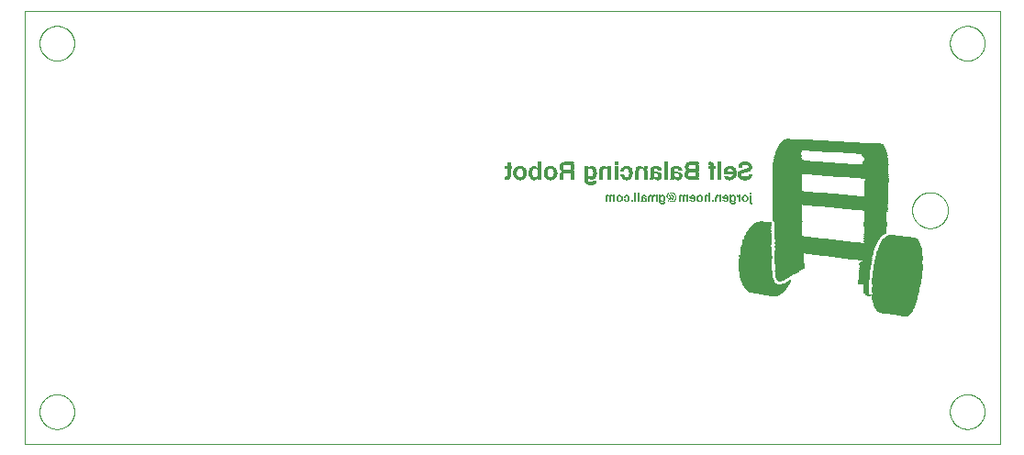
<source format=gbo>
G75*
%MOIN*%
%OFA0B0*%
%FSLAX25Y25*%
%IPPOS*%
%LPD*%
%AMOC8*
5,1,8,0,0,1.08239X$1,22.5*
%
%ADD10C,0.00000*%
%ADD11R,0.01050X0.00150*%
%ADD12R,0.02550X0.00150*%
%ADD13R,0.03450X0.00150*%
%ADD14R,0.04950X0.00150*%
%ADD15R,0.06150X0.00150*%
%ADD16R,0.07350X0.00150*%
%ADD17R,0.08400X0.00150*%
%ADD18R,0.09600X0.00150*%
%ADD19R,0.10350X0.00150*%
%ADD20R,0.11700X0.00150*%
%ADD21R,0.12150X0.00150*%
%ADD22R,0.12450X0.00150*%
%ADD23R,0.12750X0.00150*%
%ADD24R,0.13050X0.00150*%
%ADD25R,0.13200X0.00150*%
%ADD26R,0.13500X0.00150*%
%ADD27R,0.13800X0.00150*%
%ADD28R,0.13950X0.00150*%
%ADD29R,0.14100X0.00150*%
%ADD30R,0.14250X0.00150*%
%ADD31R,0.14400X0.00150*%
%ADD32R,0.14550X0.00150*%
%ADD33R,0.14700X0.00150*%
%ADD34R,0.14850X0.00150*%
%ADD35R,0.15000X0.00150*%
%ADD36R,0.15150X0.00150*%
%ADD37R,0.15300X0.00150*%
%ADD38R,0.15450X0.00150*%
%ADD39R,0.15600X0.00150*%
%ADD40R,0.15900X0.00150*%
%ADD41R,0.16050X0.00150*%
%ADD42R,0.16200X0.00150*%
%ADD43R,0.16350X0.00150*%
%ADD44R,0.16500X0.00150*%
%ADD45R,0.16650X0.00150*%
%ADD46R,0.16800X0.00150*%
%ADD47R,0.01650X0.00150*%
%ADD48R,0.01950X0.00150*%
%ADD49R,0.16950X0.00150*%
%ADD50R,0.01500X0.00150*%
%ADD51R,0.17100X0.00150*%
%ADD52R,0.07050X0.00150*%
%ADD53R,0.07950X0.00150*%
%ADD54R,0.01800X0.00150*%
%ADD55R,0.10500X0.00150*%
%ADD56R,0.11550X0.00150*%
%ADD57R,0.12000X0.00150*%
%ADD58R,0.12900X0.00150*%
%ADD59R,0.17250X0.00150*%
%ADD60R,0.17400X0.00150*%
%ADD61R,0.02100X0.00150*%
%ADD62R,0.17550X0.00150*%
%ADD63R,0.02400X0.00150*%
%ADD64R,0.02250X0.00150*%
%ADD65R,0.03600X0.00150*%
%ADD66R,0.12300X0.00150*%
%ADD67R,0.03750X0.00150*%
%ADD68R,0.17700X0.00150*%
%ADD69R,0.01350X0.00150*%
%ADD70R,0.01200X0.00150*%
%ADD71R,0.11850X0.00150*%
%ADD72R,0.00900X0.00150*%
%ADD73R,0.00600X0.00150*%
%ADD74R,0.17850X0.00150*%
%ADD75R,0.00450X0.00150*%
%ADD76R,0.00300X0.00150*%
%ADD77R,0.02850X0.00150*%
%ADD78R,0.00150X0.00150*%
%ADD79R,0.03150X0.00150*%
%ADD80R,0.04050X0.00150*%
%ADD81R,0.04350X0.00150*%
%ADD82R,0.04650X0.00150*%
%ADD83R,0.04800X0.00150*%
%ADD84R,0.05100X0.00150*%
%ADD85R,0.05400X0.00150*%
%ADD86R,0.05550X0.00150*%
%ADD87R,0.05700X0.00150*%
%ADD88R,0.06000X0.00150*%
%ADD89R,0.03900X0.00150*%
%ADD90R,0.06450X0.00150*%
%ADD91R,0.07500X0.00150*%
%ADD92R,0.07650X0.00150*%
%ADD93R,0.08100X0.00150*%
%ADD94R,0.08250X0.00150*%
%ADD95R,0.08550X0.00150*%
%ADD96R,0.08700X0.00150*%
%ADD97R,0.09000X0.00150*%
%ADD98R,0.09150X0.00150*%
%ADD99R,0.09300X0.00150*%
%ADD100R,0.09750X0.00150*%
%ADD101R,0.10050X0.00150*%
%ADD102R,0.04200X0.00150*%
%ADD103R,0.10650X0.00150*%
%ADD104R,0.06300X0.00150*%
%ADD105R,0.09900X0.00150*%
%ADD106R,0.11100X0.00150*%
%ADD107R,0.18450X0.00150*%
%ADD108R,0.19650X0.00150*%
%ADD109R,0.21150X0.00150*%
%ADD110R,0.22200X0.00150*%
%ADD111R,0.23400X0.00150*%
%ADD112R,0.24600X0.00150*%
%ADD113R,0.35850X0.00150*%
%ADD114R,0.11400X0.00150*%
%ADD115R,0.36000X0.00150*%
%ADD116R,0.36150X0.00150*%
%ADD117R,0.11250X0.00150*%
%ADD118R,0.15750X0.00150*%
%ADD119R,0.36300X0.00150*%
%ADD120R,0.36450X0.00150*%
%ADD121R,0.10950X0.00150*%
%ADD122R,0.36600X0.00150*%
%ADD123R,0.36750X0.00150*%
%ADD124R,0.10800X0.00150*%
%ADD125R,0.36900X0.00150*%
%ADD126R,0.37050X0.00150*%
%ADD127R,0.31200X0.00150*%
%ADD128R,0.30000X0.00150*%
%ADD129R,0.28650X0.00150*%
%ADD130R,0.27450X0.00150*%
%ADD131R,0.26100X0.00150*%
%ADD132R,0.13650X0.00150*%
%ADD133R,0.24750X0.00150*%
%ADD134R,0.13350X0.00150*%
%ADD135R,0.23550X0.00150*%
%ADD136R,0.05250X0.00150*%
%ADD137R,0.10200X0.00150*%
%ADD138R,0.20850X0.00150*%
%ADD139R,0.18150X0.00150*%
%ADD140R,0.05850X0.00150*%
%ADD141R,0.09450X0.00150*%
%ADD142R,0.07800X0.00150*%
%ADD143R,0.06600X0.00150*%
%ADD144R,0.02700X0.00150*%
%ADD145R,0.06750X0.00150*%
%ADD146R,0.06900X0.00150*%
%ADD147R,0.07200X0.00150*%
%ADD148R,0.22650X0.00150*%
%ADD149R,0.24450X0.00150*%
%ADD150R,0.25950X0.00150*%
%ADD151R,0.29250X0.00150*%
%ADD152R,0.30750X0.00150*%
%ADD153R,0.00750X0.00150*%
%ADD154R,0.41700X0.00150*%
%ADD155R,0.41850X0.00150*%
%ADD156R,0.32400X0.00150*%
%ADD157R,0.03300X0.00150*%
%ADD158R,0.28950X0.00150*%
%ADD159R,0.27150X0.00150*%
%ADD160R,0.25500X0.00150*%
%ADD161R,0.23700X0.00150*%
%ADD162R,0.21900X0.00150*%
%ADD163R,0.20250X0.00150*%
%ADD164R,0.18600X0.00150*%
%ADD165R,0.03000X0.00150*%
%ADD166R,0.04500X0.00150*%
%ADD167R,0.19950X0.00150*%
%ADD168R,0.23850X0.00150*%
%ADD169R,0.27750X0.00150*%
%ADD170R,0.29850X0.00150*%
%ADD171R,0.42150X0.00150*%
%ADD172R,0.42000X0.00150*%
%ADD173R,0.29550X0.00150*%
%ADD174R,0.27000X0.00150*%
%ADD175R,0.25050X0.00150*%
%ADD176R,0.22350X0.00150*%
%ADD177R,0.20100X0.00150*%
%ADD178R,0.18000X0.00150*%
%ADD179R,0.08850X0.00150*%
%ADD180R,0.18300X0.00150*%
%ADD181R,0.23250X0.00150*%
%ADD182R,0.28200X0.00150*%
%ADD183R,0.39750X0.00150*%
%ADD184R,0.39600X0.00150*%
%ADD185R,0.39450X0.00150*%
%ADD186R,0.39300X0.00150*%
%ADD187R,0.39000X0.00150*%
%ADD188R,0.38850X0.00150*%
%ADD189R,0.38550X0.00150*%
%ADD190R,0.38400X0.00150*%
%ADD191R,0.38250X0.00150*%
%ADD192R,0.37950X0.00150*%
%ADD193R,0.37800X0.00150*%
%ADD194R,0.37350X0.00150*%
%ADD195R,0.34500X0.00150*%
%ADD196R,0.31350X0.00150*%
%ADD197R,0.28500X0.00150*%
%ADD198R,0.25650X0.00150*%
D10*
X0001800Y0001800D02*
X0001800Y0159280D01*
X0356131Y0159280D01*
X0356131Y0001800D01*
X0001800Y0001800D01*
X0007312Y0013611D02*
X0007314Y0013769D01*
X0007320Y0013927D01*
X0007330Y0014085D01*
X0007344Y0014243D01*
X0007362Y0014400D01*
X0007383Y0014557D01*
X0007409Y0014713D01*
X0007439Y0014869D01*
X0007472Y0015024D01*
X0007510Y0015177D01*
X0007551Y0015330D01*
X0007596Y0015482D01*
X0007645Y0015633D01*
X0007698Y0015782D01*
X0007754Y0015930D01*
X0007814Y0016076D01*
X0007878Y0016221D01*
X0007946Y0016364D01*
X0008017Y0016506D01*
X0008091Y0016646D01*
X0008169Y0016783D01*
X0008251Y0016919D01*
X0008335Y0017053D01*
X0008424Y0017184D01*
X0008515Y0017313D01*
X0008610Y0017440D01*
X0008707Y0017565D01*
X0008808Y0017687D01*
X0008912Y0017806D01*
X0009019Y0017923D01*
X0009129Y0018037D01*
X0009242Y0018148D01*
X0009357Y0018257D01*
X0009475Y0018362D01*
X0009596Y0018464D01*
X0009719Y0018564D01*
X0009845Y0018660D01*
X0009973Y0018753D01*
X0010103Y0018843D01*
X0010236Y0018929D01*
X0010371Y0019013D01*
X0010507Y0019092D01*
X0010646Y0019169D01*
X0010787Y0019241D01*
X0010929Y0019311D01*
X0011073Y0019376D01*
X0011219Y0019438D01*
X0011366Y0019496D01*
X0011515Y0019551D01*
X0011665Y0019602D01*
X0011816Y0019649D01*
X0011968Y0019692D01*
X0012121Y0019731D01*
X0012276Y0019767D01*
X0012431Y0019798D01*
X0012587Y0019826D01*
X0012743Y0019850D01*
X0012900Y0019870D01*
X0013058Y0019886D01*
X0013215Y0019898D01*
X0013374Y0019906D01*
X0013532Y0019910D01*
X0013690Y0019910D01*
X0013848Y0019906D01*
X0014007Y0019898D01*
X0014164Y0019886D01*
X0014322Y0019870D01*
X0014479Y0019850D01*
X0014635Y0019826D01*
X0014791Y0019798D01*
X0014946Y0019767D01*
X0015101Y0019731D01*
X0015254Y0019692D01*
X0015406Y0019649D01*
X0015557Y0019602D01*
X0015707Y0019551D01*
X0015856Y0019496D01*
X0016003Y0019438D01*
X0016149Y0019376D01*
X0016293Y0019311D01*
X0016435Y0019241D01*
X0016576Y0019169D01*
X0016715Y0019092D01*
X0016851Y0019013D01*
X0016986Y0018929D01*
X0017119Y0018843D01*
X0017249Y0018753D01*
X0017377Y0018660D01*
X0017503Y0018564D01*
X0017626Y0018464D01*
X0017747Y0018362D01*
X0017865Y0018257D01*
X0017980Y0018148D01*
X0018093Y0018037D01*
X0018203Y0017923D01*
X0018310Y0017806D01*
X0018414Y0017687D01*
X0018515Y0017565D01*
X0018612Y0017440D01*
X0018707Y0017313D01*
X0018798Y0017184D01*
X0018887Y0017053D01*
X0018971Y0016919D01*
X0019053Y0016783D01*
X0019131Y0016646D01*
X0019205Y0016506D01*
X0019276Y0016364D01*
X0019344Y0016221D01*
X0019408Y0016076D01*
X0019468Y0015930D01*
X0019524Y0015782D01*
X0019577Y0015633D01*
X0019626Y0015482D01*
X0019671Y0015330D01*
X0019712Y0015177D01*
X0019750Y0015024D01*
X0019783Y0014869D01*
X0019813Y0014713D01*
X0019839Y0014557D01*
X0019860Y0014400D01*
X0019878Y0014243D01*
X0019892Y0014085D01*
X0019902Y0013927D01*
X0019908Y0013769D01*
X0019910Y0013611D01*
X0019908Y0013453D01*
X0019902Y0013295D01*
X0019892Y0013137D01*
X0019878Y0012979D01*
X0019860Y0012822D01*
X0019839Y0012665D01*
X0019813Y0012509D01*
X0019783Y0012353D01*
X0019750Y0012198D01*
X0019712Y0012045D01*
X0019671Y0011892D01*
X0019626Y0011740D01*
X0019577Y0011589D01*
X0019524Y0011440D01*
X0019468Y0011292D01*
X0019408Y0011146D01*
X0019344Y0011001D01*
X0019276Y0010858D01*
X0019205Y0010716D01*
X0019131Y0010576D01*
X0019053Y0010439D01*
X0018971Y0010303D01*
X0018887Y0010169D01*
X0018798Y0010038D01*
X0018707Y0009909D01*
X0018612Y0009782D01*
X0018515Y0009657D01*
X0018414Y0009535D01*
X0018310Y0009416D01*
X0018203Y0009299D01*
X0018093Y0009185D01*
X0017980Y0009074D01*
X0017865Y0008965D01*
X0017747Y0008860D01*
X0017626Y0008758D01*
X0017503Y0008658D01*
X0017377Y0008562D01*
X0017249Y0008469D01*
X0017119Y0008379D01*
X0016986Y0008293D01*
X0016851Y0008209D01*
X0016715Y0008130D01*
X0016576Y0008053D01*
X0016435Y0007981D01*
X0016293Y0007911D01*
X0016149Y0007846D01*
X0016003Y0007784D01*
X0015856Y0007726D01*
X0015707Y0007671D01*
X0015557Y0007620D01*
X0015406Y0007573D01*
X0015254Y0007530D01*
X0015101Y0007491D01*
X0014946Y0007455D01*
X0014791Y0007424D01*
X0014635Y0007396D01*
X0014479Y0007372D01*
X0014322Y0007352D01*
X0014164Y0007336D01*
X0014007Y0007324D01*
X0013848Y0007316D01*
X0013690Y0007312D01*
X0013532Y0007312D01*
X0013374Y0007316D01*
X0013215Y0007324D01*
X0013058Y0007336D01*
X0012900Y0007352D01*
X0012743Y0007372D01*
X0012587Y0007396D01*
X0012431Y0007424D01*
X0012276Y0007455D01*
X0012121Y0007491D01*
X0011968Y0007530D01*
X0011816Y0007573D01*
X0011665Y0007620D01*
X0011515Y0007671D01*
X0011366Y0007726D01*
X0011219Y0007784D01*
X0011073Y0007846D01*
X0010929Y0007911D01*
X0010787Y0007981D01*
X0010646Y0008053D01*
X0010507Y0008130D01*
X0010371Y0008209D01*
X0010236Y0008293D01*
X0010103Y0008379D01*
X0009973Y0008469D01*
X0009845Y0008562D01*
X0009719Y0008658D01*
X0009596Y0008758D01*
X0009475Y0008860D01*
X0009357Y0008965D01*
X0009242Y0009074D01*
X0009129Y0009185D01*
X0009019Y0009299D01*
X0008912Y0009416D01*
X0008808Y0009535D01*
X0008707Y0009657D01*
X0008610Y0009782D01*
X0008515Y0009909D01*
X0008424Y0010038D01*
X0008335Y0010169D01*
X0008251Y0010303D01*
X0008169Y0010439D01*
X0008091Y0010576D01*
X0008017Y0010716D01*
X0007946Y0010858D01*
X0007878Y0011001D01*
X0007814Y0011146D01*
X0007754Y0011292D01*
X0007698Y0011440D01*
X0007645Y0011589D01*
X0007596Y0011740D01*
X0007551Y0011892D01*
X0007510Y0012045D01*
X0007472Y0012198D01*
X0007439Y0012353D01*
X0007409Y0012509D01*
X0007383Y0012665D01*
X0007362Y0012822D01*
X0007344Y0012979D01*
X0007330Y0013137D01*
X0007320Y0013295D01*
X0007314Y0013453D01*
X0007312Y0013611D01*
X0007312Y0147469D02*
X0007314Y0147627D01*
X0007320Y0147785D01*
X0007330Y0147943D01*
X0007344Y0148101D01*
X0007362Y0148258D01*
X0007383Y0148415D01*
X0007409Y0148571D01*
X0007439Y0148727D01*
X0007472Y0148882D01*
X0007510Y0149035D01*
X0007551Y0149188D01*
X0007596Y0149340D01*
X0007645Y0149491D01*
X0007698Y0149640D01*
X0007754Y0149788D01*
X0007814Y0149934D01*
X0007878Y0150079D01*
X0007946Y0150222D01*
X0008017Y0150364D01*
X0008091Y0150504D01*
X0008169Y0150641D01*
X0008251Y0150777D01*
X0008335Y0150911D01*
X0008424Y0151042D01*
X0008515Y0151171D01*
X0008610Y0151298D01*
X0008707Y0151423D01*
X0008808Y0151545D01*
X0008912Y0151664D01*
X0009019Y0151781D01*
X0009129Y0151895D01*
X0009242Y0152006D01*
X0009357Y0152115D01*
X0009475Y0152220D01*
X0009596Y0152322D01*
X0009719Y0152422D01*
X0009845Y0152518D01*
X0009973Y0152611D01*
X0010103Y0152701D01*
X0010236Y0152787D01*
X0010371Y0152871D01*
X0010507Y0152950D01*
X0010646Y0153027D01*
X0010787Y0153099D01*
X0010929Y0153169D01*
X0011073Y0153234D01*
X0011219Y0153296D01*
X0011366Y0153354D01*
X0011515Y0153409D01*
X0011665Y0153460D01*
X0011816Y0153507D01*
X0011968Y0153550D01*
X0012121Y0153589D01*
X0012276Y0153625D01*
X0012431Y0153656D01*
X0012587Y0153684D01*
X0012743Y0153708D01*
X0012900Y0153728D01*
X0013058Y0153744D01*
X0013215Y0153756D01*
X0013374Y0153764D01*
X0013532Y0153768D01*
X0013690Y0153768D01*
X0013848Y0153764D01*
X0014007Y0153756D01*
X0014164Y0153744D01*
X0014322Y0153728D01*
X0014479Y0153708D01*
X0014635Y0153684D01*
X0014791Y0153656D01*
X0014946Y0153625D01*
X0015101Y0153589D01*
X0015254Y0153550D01*
X0015406Y0153507D01*
X0015557Y0153460D01*
X0015707Y0153409D01*
X0015856Y0153354D01*
X0016003Y0153296D01*
X0016149Y0153234D01*
X0016293Y0153169D01*
X0016435Y0153099D01*
X0016576Y0153027D01*
X0016715Y0152950D01*
X0016851Y0152871D01*
X0016986Y0152787D01*
X0017119Y0152701D01*
X0017249Y0152611D01*
X0017377Y0152518D01*
X0017503Y0152422D01*
X0017626Y0152322D01*
X0017747Y0152220D01*
X0017865Y0152115D01*
X0017980Y0152006D01*
X0018093Y0151895D01*
X0018203Y0151781D01*
X0018310Y0151664D01*
X0018414Y0151545D01*
X0018515Y0151423D01*
X0018612Y0151298D01*
X0018707Y0151171D01*
X0018798Y0151042D01*
X0018887Y0150911D01*
X0018971Y0150777D01*
X0019053Y0150641D01*
X0019131Y0150504D01*
X0019205Y0150364D01*
X0019276Y0150222D01*
X0019344Y0150079D01*
X0019408Y0149934D01*
X0019468Y0149788D01*
X0019524Y0149640D01*
X0019577Y0149491D01*
X0019626Y0149340D01*
X0019671Y0149188D01*
X0019712Y0149035D01*
X0019750Y0148882D01*
X0019783Y0148727D01*
X0019813Y0148571D01*
X0019839Y0148415D01*
X0019860Y0148258D01*
X0019878Y0148101D01*
X0019892Y0147943D01*
X0019902Y0147785D01*
X0019908Y0147627D01*
X0019910Y0147469D01*
X0019908Y0147311D01*
X0019902Y0147153D01*
X0019892Y0146995D01*
X0019878Y0146837D01*
X0019860Y0146680D01*
X0019839Y0146523D01*
X0019813Y0146367D01*
X0019783Y0146211D01*
X0019750Y0146056D01*
X0019712Y0145903D01*
X0019671Y0145750D01*
X0019626Y0145598D01*
X0019577Y0145447D01*
X0019524Y0145298D01*
X0019468Y0145150D01*
X0019408Y0145004D01*
X0019344Y0144859D01*
X0019276Y0144716D01*
X0019205Y0144574D01*
X0019131Y0144434D01*
X0019053Y0144297D01*
X0018971Y0144161D01*
X0018887Y0144027D01*
X0018798Y0143896D01*
X0018707Y0143767D01*
X0018612Y0143640D01*
X0018515Y0143515D01*
X0018414Y0143393D01*
X0018310Y0143274D01*
X0018203Y0143157D01*
X0018093Y0143043D01*
X0017980Y0142932D01*
X0017865Y0142823D01*
X0017747Y0142718D01*
X0017626Y0142616D01*
X0017503Y0142516D01*
X0017377Y0142420D01*
X0017249Y0142327D01*
X0017119Y0142237D01*
X0016986Y0142151D01*
X0016851Y0142067D01*
X0016715Y0141988D01*
X0016576Y0141911D01*
X0016435Y0141839D01*
X0016293Y0141769D01*
X0016149Y0141704D01*
X0016003Y0141642D01*
X0015856Y0141584D01*
X0015707Y0141529D01*
X0015557Y0141478D01*
X0015406Y0141431D01*
X0015254Y0141388D01*
X0015101Y0141349D01*
X0014946Y0141313D01*
X0014791Y0141282D01*
X0014635Y0141254D01*
X0014479Y0141230D01*
X0014322Y0141210D01*
X0014164Y0141194D01*
X0014007Y0141182D01*
X0013848Y0141174D01*
X0013690Y0141170D01*
X0013532Y0141170D01*
X0013374Y0141174D01*
X0013215Y0141182D01*
X0013058Y0141194D01*
X0012900Y0141210D01*
X0012743Y0141230D01*
X0012587Y0141254D01*
X0012431Y0141282D01*
X0012276Y0141313D01*
X0012121Y0141349D01*
X0011968Y0141388D01*
X0011816Y0141431D01*
X0011665Y0141478D01*
X0011515Y0141529D01*
X0011366Y0141584D01*
X0011219Y0141642D01*
X0011073Y0141704D01*
X0010929Y0141769D01*
X0010787Y0141839D01*
X0010646Y0141911D01*
X0010507Y0141988D01*
X0010371Y0142067D01*
X0010236Y0142151D01*
X0010103Y0142237D01*
X0009973Y0142327D01*
X0009845Y0142420D01*
X0009719Y0142516D01*
X0009596Y0142616D01*
X0009475Y0142718D01*
X0009357Y0142823D01*
X0009242Y0142932D01*
X0009129Y0143043D01*
X0009019Y0143157D01*
X0008912Y0143274D01*
X0008808Y0143393D01*
X0008707Y0143515D01*
X0008610Y0143640D01*
X0008515Y0143767D01*
X0008424Y0143896D01*
X0008335Y0144027D01*
X0008251Y0144161D01*
X0008169Y0144297D01*
X0008091Y0144434D01*
X0008017Y0144574D01*
X0007946Y0144716D01*
X0007878Y0144859D01*
X0007814Y0145004D01*
X0007754Y0145150D01*
X0007698Y0145298D01*
X0007645Y0145447D01*
X0007596Y0145598D01*
X0007551Y0145750D01*
X0007510Y0145903D01*
X0007472Y0146056D01*
X0007439Y0146211D01*
X0007409Y0146367D01*
X0007383Y0146523D01*
X0007362Y0146680D01*
X0007344Y0146837D01*
X0007330Y0146995D01*
X0007320Y0147153D01*
X0007314Y0147311D01*
X0007312Y0147469D01*
X0324300Y0086800D02*
X0324302Y0086961D01*
X0324308Y0087121D01*
X0324318Y0087282D01*
X0324332Y0087442D01*
X0324350Y0087602D01*
X0324371Y0087761D01*
X0324397Y0087920D01*
X0324427Y0088078D01*
X0324460Y0088235D01*
X0324498Y0088392D01*
X0324539Y0088547D01*
X0324584Y0088701D01*
X0324633Y0088854D01*
X0324686Y0089006D01*
X0324742Y0089157D01*
X0324803Y0089306D01*
X0324866Y0089454D01*
X0324934Y0089600D01*
X0325005Y0089744D01*
X0325079Y0089886D01*
X0325157Y0090027D01*
X0325239Y0090165D01*
X0325324Y0090302D01*
X0325412Y0090436D01*
X0325504Y0090568D01*
X0325599Y0090698D01*
X0325697Y0090826D01*
X0325798Y0090951D01*
X0325902Y0091073D01*
X0326009Y0091193D01*
X0326119Y0091310D01*
X0326232Y0091425D01*
X0326348Y0091536D01*
X0326467Y0091645D01*
X0326588Y0091750D01*
X0326712Y0091853D01*
X0326838Y0091953D01*
X0326966Y0092049D01*
X0327097Y0092142D01*
X0327231Y0092232D01*
X0327366Y0092319D01*
X0327504Y0092402D01*
X0327643Y0092482D01*
X0327785Y0092558D01*
X0327928Y0092631D01*
X0328073Y0092700D01*
X0328220Y0092766D01*
X0328368Y0092828D01*
X0328518Y0092886D01*
X0328669Y0092941D01*
X0328822Y0092992D01*
X0328976Y0093039D01*
X0329131Y0093082D01*
X0329287Y0093121D01*
X0329443Y0093157D01*
X0329601Y0093188D01*
X0329759Y0093216D01*
X0329918Y0093240D01*
X0330078Y0093260D01*
X0330238Y0093276D01*
X0330398Y0093288D01*
X0330559Y0093296D01*
X0330720Y0093300D01*
X0330880Y0093300D01*
X0331041Y0093296D01*
X0331202Y0093288D01*
X0331362Y0093276D01*
X0331522Y0093260D01*
X0331682Y0093240D01*
X0331841Y0093216D01*
X0331999Y0093188D01*
X0332157Y0093157D01*
X0332313Y0093121D01*
X0332469Y0093082D01*
X0332624Y0093039D01*
X0332778Y0092992D01*
X0332931Y0092941D01*
X0333082Y0092886D01*
X0333232Y0092828D01*
X0333380Y0092766D01*
X0333527Y0092700D01*
X0333672Y0092631D01*
X0333815Y0092558D01*
X0333957Y0092482D01*
X0334096Y0092402D01*
X0334234Y0092319D01*
X0334369Y0092232D01*
X0334503Y0092142D01*
X0334634Y0092049D01*
X0334762Y0091953D01*
X0334888Y0091853D01*
X0335012Y0091750D01*
X0335133Y0091645D01*
X0335252Y0091536D01*
X0335368Y0091425D01*
X0335481Y0091310D01*
X0335591Y0091193D01*
X0335698Y0091073D01*
X0335802Y0090951D01*
X0335903Y0090826D01*
X0336001Y0090698D01*
X0336096Y0090568D01*
X0336188Y0090436D01*
X0336276Y0090302D01*
X0336361Y0090165D01*
X0336443Y0090027D01*
X0336521Y0089886D01*
X0336595Y0089744D01*
X0336666Y0089600D01*
X0336734Y0089454D01*
X0336797Y0089306D01*
X0336858Y0089157D01*
X0336914Y0089006D01*
X0336967Y0088854D01*
X0337016Y0088701D01*
X0337061Y0088547D01*
X0337102Y0088392D01*
X0337140Y0088235D01*
X0337173Y0088078D01*
X0337203Y0087920D01*
X0337229Y0087761D01*
X0337250Y0087602D01*
X0337268Y0087442D01*
X0337282Y0087282D01*
X0337292Y0087121D01*
X0337298Y0086961D01*
X0337300Y0086800D01*
X0337298Y0086639D01*
X0337292Y0086479D01*
X0337282Y0086318D01*
X0337268Y0086158D01*
X0337250Y0085998D01*
X0337229Y0085839D01*
X0337203Y0085680D01*
X0337173Y0085522D01*
X0337140Y0085365D01*
X0337102Y0085208D01*
X0337061Y0085053D01*
X0337016Y0084899D01*
X0336967Y0084746D01*
X0336914Y0084594D01*
X0336858Y0084443D01*
X0336797Y0084294D01*
X0336734Y0084146D01*
X0336666Y0084000D01*
X0336595Y0083856D01*
X0336521Y0083714D01*
X0336443Y0083573D01*
X0336361Y0083435D01*
X0336276Y0083298D01*
X0336188Y0083164D01*
X0336096Y0083032D01*
X0336001Y0082902D01*
X0335903Y0082774D01*
X0335802Y0082649D01*
X0335698Y0082527D01*
X0335591Y0082407D01*
X0335481Y0082290D01*
X0335368Y0082175D01*
X0335252Y0082064D01*
X0335133Y0081955D01*
X0335012Y0081850D01*
X0334888Y0081747D01*
X0334762Y0081647D01*
X0334634Y0081551D01*
X0334503Y0081458D01*
X0334369Y0081368D01*
X0334234Y0081281D01*
X0334096Y0081198D01*
X0333957Y0081118D01*
X0333815Y0081042D01*
X0333672Y0080969D01*
X0333527Y0080900D01*
X0333380Y0080834D01*
X0333232Y0080772D01*
X0333082Y0080714D01*
X0332931Y0080659D01*
X0332778Y0080608D01*
X0332624Y0080561D01*
X0332469Y0080518D01*
X0332313Y0080479D01*
X0332157Y0080443D01*
X0331999Y0080412D01*
X0331841Y0080384D01*
X0331682Y0080360D01*
X0331522Y0080340D01*
X0331362Y0080324D01*
X0331202Y0080312D01*
X0331041Y0080304D01*
X0330880Y0080300D01*
X0330720Y0080300D01*
X0330559Y0080304D01*
X0330398Y0080312D01*
X0330238Y0080324D01*
X0330078Y0080340D01*
X0329918Y0080360D01*
X0329759Y0080384D01*
X0329601Y0080412D01*
X0329443Y0080443D01*
X0329287Y0080479D01*
X0329131Y0080518D01*
X0328976Y0080561D01*
X0328822Y0080608D01*
X0328669Y0080659D01*
X0328518Y0080714D01*
X0328368Y0080772D01*
X0328220Y0080834D01*
X0328073Y0080900D01*
X0327928Y0080969D01*
X0327785Y0081042D01*
X0327643Y0081118D01*
X0327504Y0081198D01*
X0327366Y0081281D01*
X0327231Y0081368D01*
X0327097Y0081458D01*
X0326966Y0081551D01*
X0326838Y0081647D01*
X0326712Y0081747D01*
X0326588Y0081850D01*
X0326467Y0081955D01*
X0326348Y0082064D01*
X0326232Y0082175D01*
X0326119Y0082290D01*
X0326009Y0082407D01*
X0325902Y0082527D01*
X0325798Y0082649D01*
X0325697Y0082774D01*
X0325599Y0082902D01*
X0325504Y0083032D01*
X0325412Y0083164D01*
X0325324Y0083298D01*
X0325239Y0083435D01*
X0325157Y0083573D01*
X0325079Y0083714D01*
X0325005Y0083856D01*
X0324934Y0084000D01*
X0324866Y0084146D01*
X0324803Y0084294D01*
X0324742Y0084443D01*
X0324686Y0084594D01*
X0324633Y0084746D01*
X0324584Y0084899D01*
X0324539Y0085053D01*
X0324498Y0085208D01*
X0324460Y0085365D01*
X0324427Y0085522D01*
X0324397Y0085680D01*
X0324371Y0085839D01*
X0324350Y0085998D01*
X0324332Y0086158D01*
X0324318Y0086318D01*
X0324308Y0086479D01*
X0324302Y0086639D01*
X0324300Y0086800D01*
X0338021Y0147469D02*
X0338023Y0147627D01*
X0338029Y0147785D01*
X0338039Y0147943D01*
X0338053Y0148101D01*
X0338071Y0148258D01*
X0338092Y0148415D01*
X0338118Y0148571D01*
X0338148Y0148727D01*
X0338181Y0148882D01*
X0338219Y0149035D01*
X0338260Y0149188D01*
X0338305Y0149340D01*
X0338354Y0149491D01*
X0338407Y0149640D01*
X0338463Y0149788D01*
X0338523Y0149934D01*
X0338587Y0150079D01*
X0338655Y0150222D01*
X0338726Y0150364D01*
X0338800Y0150504D01*
X0338878Y0150641D01*
X0338960Y0150777D01*
X0339044Y0150911D01*
X0339133Y0151042D01*
X0339224Y0151171D01*
X0339319Y0151298D01*
X0339416Y0151423D01*
X0339517Y0151545D01*
X0339621Y0151664D01*
X0339728Y0151781D01*
X0339838Y0151895D01*
X0339951Y0152006D01*
X0340066Y0152115D01*
X0340184Y0152220D01*
X0340305Y0152322D01*
X0340428Y0152422D01*
X0340554Y0152518D01*
X0340682Y0152611D01*
X0340812Y0152701D01*
X0340945Y0152787D01*
X0341080Y0152871D01*
X0341216Y0152950D01*
X0341355Y0153027D01*
X0341496Y0153099D01*
X0341638Y0153169D01*
X0341782Y0153234D01*
X0341928Y0153296D01*
X0342075Y0153354D01*
X0342224Y0153409D01*
X0342374Y0153460D01*
X0342525Y0153507D01*
X0342677Y0153550D01*
X0342830Y0153589D01*
X0342985Y0153625D01*
X0343140Y0153656D01*
X0343296Y0153684D01*
X0343452Y0153708D01*
X0343609Y0153728D01*
X0343767Y0153744D01*
X0343924Y0153756D01*
X0344083Y0153764D01*
X0344241Y0153768D01*
X0344399Y0153768D01*
X0344557Y0153764D01*
X0344716Y0153756D01*
X0344873Y0153744D01*
X0345031Y0153728D01*
X0345188Y0153708D01*
X0345344Y0153684D01*
X0345500Y0153656D01*
X0345655Y0153625D01*
X0345810Y0153589D01*
X0345963Y0153550D01*
X0346115Y0153507D01*
X0346266Y0153460D01*
X0346416Y0153409D01*
X0346565Y0153354D01*
X0346712Y0153296D01*
X0346858Y0153234D01*
X0347002Y0153169D01*
X0347144Y0153099D01*
X0347285Y0153027D01*
X0347424Y0152950D01*
X0347560Y0152871D01*
X0347695Y0152787D01*
X0347828Y0152701D01*
X0347958Y0152611D01*
X0348086Y0152518D01*
X0348212Y0152422D01*
X0348335Y0152322D01*
X0348456Y0152220D01*
X0348574Y0152115D01*
X0348689Y0152006D01*
X0348802Y0151895D01*
X0348912Y0151781D01*
X0349019Y0151664D01*
X0349123Y0151545D01*
X0349224Y0151423D01*
X0349321Y0151298D01*
X0349416Y0151171D01*
X0349507Y0151042D01*
X0349596Y0150911D01*
X0349680Y0150777D01*
X0349762Y0150641D01*
X0349840Y0150504D01*
X0349914Y0150364D01*
X0349985Y0150222D01*
X0350053Y0150079D01*
X0350117Y0149934D01*
X0350177Y0149788D01*
X0350233Y0149640D01*
X0350286Y0149491D01*
X0350335Y0149340D01*
X0350380Y0149188D01*
X0350421Y0149035D01*
X0350459Y0148882D01*
X0350492Y0148727D01*
X0350522Y0148571D01*
X0350548Y0148415D01*
X0350569Y0148258D01*
X0350587Y0148101D01*
X0350601Y0147943D01*
X0350611Y0147785D01*
X0350617Y0147627D01*
X0350619Y0147469D01*
X0350617Y0147311D01*
X0350611Y0147153D01*
X0350601Y0146995D01*
X0350587Y0146837D01*
X0350569Y0146680D01*
X0350548Y0146523D01*
X0350522Y0146367D01*
X0350492Y0146211D01*
X0350459Y0146056D01*
X0350421Y0145903D01*
X0350380Y0145750D01*
X0350335Y0145598D01*
X0350286Y0145447D01*
X0350233Y0145298D01*
X0350177Y0145150D01*
X0350117Y0145004D01*
X0350053Y0144859D01*
X0349985Y0144716D01*
X0349914Y0144574D01*
X0349840Y0144434D01*
X0349762Y0144297D01*
X0349680Y0144161D01*
X0349596Y0144027D01*
X0349507Y0143896D01*
X0349416Y0143767D01*
X0349321Y0143640D01*
X0349224Y0143515D01*
X0349123Y0143393D01*
X0349019Y0143274D01*
X0348912Y0143157D01*
X0348802Y0143043D01*
X0348689Y0142932D01*
X0348574Y0142823D01*
X0348456Y0142718D01*
X0348335Y0142616D01*
X0348212Y0142516D01*
X0348086Y0142420D01*
X0347958Y0142327D01*
X0347828Y0142237D01*
X0347695Y0142151D01*
X0347560Y0142067D01*
X0347424Y0141988D01*
X0347285Y0141911D01*
X0347144Y0141839D01*
X0347002Y0141769D01*
X0346858Y0141704D01*
X0346712Y0141642D01*
X0346565Y0141584D01*
X0346416Y0141529D01*
X0346266Y0141478D01*
X0346115Y0141431D01*
X0345963Y0141388D01*
X0345810Y0141349D01*
X0345655Y0141313D01*
X0345500Y0141282D01*
X0345344Y0141254D01*
X0345188Y0141230D01*
X0345031Y0141210D01*
X0344873Y0141194D01*
X0344716Y0141182D01*
X0344557Y0141174D01*
X0344399Y0141170D01*
X0344241Y0141170D01*
X0344083Y0141174D01*
X0343924Y0141182D01*
X0343767Y0141194D01*
X0343609Y0141210D01*
X0343452Y0141230D01*
X0343296Y0141254D01*
X0343140Y0141282D01*
X0342985Y0141313D01*
X0342830Y0141349D01*
X0342677Y0141388D01*
X0342525Y0141431D01*
X0342374Y0141478D01*
X0342224Y0141529D01*
X0342075Y0141584D01*
X0341928Y0141642D01*
X0341782Y0141704D01*
X0341638Y0141769D01*
X0341496Y0141839D01*
X0341355Y0141911D01*
X0341216Y0141988D01*
X0341080Y0142067D01*
X0340945Y0142151D01*
X0340812Y0142237D01*
X0340682Y0142327D01*
X0340554Y0142420D01*
X0340428Y0142516D01*
X0340305Y0142616D01*
X0340184Y0142718D01*
X0340066Y0142823D01*
X0339951Y0142932D01*
X0339838Y0143043D01*
X0339728Y0143157D01*
X0339621Y0143274D01*
X0339517Y0143393D01*
X0339416Y0143515D01*
X0339319Y0143640D01*
X0339224Y0143767D01*
X0339133Y0143896D01*
X0339044Y0144027D01*
X0338960Y0144161D01*
X0338878Y0144297D01*
X0338800Y0144434D01*
X0338726Y0144574D01*
X0338655Y0144716D01*
X0338587Y0144859D01*
X0338523Y0145004D01*
X0338463Y0145150D01*
X0338407Y0145298D01*
X0338354Y0145447D01*
X0338305Y0145598D01*
X0338260Y0145750D01*
X0338219Y0145903D01*
X0338181Y0146056D01*
X0338148Y0146211D01*
X0338118Y0146367D01*
X0338092Y0146523D01*
X0338071Y0146680D01*
X0338053Y0146837D01*
X0338039Y0146995D01*
X0338029Y0147153D01*
X0338023Y0147311D01*
X0338021Y0147469D01*
X0338021Y0013611D02*
X0338023Y0013769D01*
X0338029Y0013927D01*
X0338039Y0014085D01*
X0338053Y0014243D01*
X0338071Y0014400D01*
X0338092Y0014557D01*
X0338118Y0014713D01*
X0338148Y0014869D01*
X0338181Y0015024D01*
X0338219Y0015177D01*
X0338260Y0015330D01*
X0338305Y0015482D01*
X0338354Y0015633D01*
X0338407Y0015782D01*
X0338463Y0015930D01*
X0338523Y0016076D01*
X0338587Y0016221D01*
X0338655Y0016364D01*
X0338726Y0016506D01*
X0338800Y0016646D01*
X0338878Y0016783D01*
X0338960Y0016919D01*
X0339044Y0017053D01*
X0339133Y0017184D01*
X0339224Y0017313D01*
X0339319Y0017440D01*
X0339416Y0017565D01*
X0339517Y0017687D01*
X0339621Y0017806D01*
X0339728Y0017923D01*
X0339838Y0018037D01*
X0339951Y0018148D01*
X0340066Y0018257D01*
X0340184Y0018362D01*
X0340305Y0018464D01*
X0340428Y0018564D01*
X0340554Y0018660D01*
X0340682Y0018753D01*
X0340812Y0018843D01*
X0340945Y0018929D01*
X0341080Y0019013D01*
X0341216Y0019092D01*
X0341355Y0019169D01*
X0341496Y0019241D01*
X0341638Y0019311D01*
X0341782Y0019376D01*
X0341928Y0019438D01*
X0342075Y0019496D01*
X0342224Y0019551D01*
X0342374Y0019602D01*
X0342525Y0019649D01*
X0342677Y0019692D01*
X0342830Y0019731D01*
X0342985Y0019767D01*
X0343140Y0019798D01*
X0343296Y0019826D01*
X0343452Y0019850D01*
X0343609Y0019870D01*
X0343767Y0019886D01*
X0343924Y0019898D01*
X0344083Y0019906D01*
X0344241Y0019910D01*
X0344399Y0019910D01*
X0344557Y0019906D01*
X0344716Y0019898D01*
X0344873Y0019886D01*
X0345031Y0019870D01*
X0345188Y0019850D01*
X0345344Y0019826D01*
X0345500Y0019798D01*
X0345655Y0019767D01*
X0345810Y0019731D01*
X0345963Y0019692D01*
X0346115Y0019649D01*
X0346266Y0019602D01*
X0346416Y0019551D01*
X0346565Y0019496D01*
X0346712Y0019438D01*
X0346858Y0019376D01*
X0347002Y0019311D01*
X0347144Y0019241D01*
X0347285Y0019169D01*
X0347424Y0019092D01*
X0347560Y0019013D01*
X0347695Y0018929D01*
X0347828Y0018843D01*
X0347958Y0018753D01*
X0348086Y0018660D01*
X0348212Y0018564D01*
X0348335Y0018464D01*
X0348456Y0018362D01*
X0348574Y0018257D01*
X0348689Y0018148D01*
X0348802Y0018037D01*
X0348912Y0017923D01*
X0349019Y0017806D01*
X0349123Y0017687D01*
X0349224Y0017565D01*
X0349321Y0017440D01*
X0349416Y0017313D01*
X0349507Y0017184D01*
X0349596Y0017053D01*
X0349680Y0016919D01*
X0349762Y0016783D01*
X0349840Y0016646D01*
X0349914Y0016506D01*
X0349985Y0016364D01*
X0350053Y0016221D01*
X0350117Y0016076D01*
X0350177Y0015930D01*
X0350233Y0015782D01*
X0350286Y0015633D01*
X0350335Y0015482D01*
X0350380Y0015330D01*
X0350421Y0015177D01*
X0350459Y0015024D01*
X0350492Y0014869D01*
X0350522Y0014713D01*
X0350548Y0014557D01*
X0350569Y0014400D01*
X0350587Y0014243D01*
X0350601Y0014085D01*
X0350611Y0013927D01*
X0350617Y0013769D01*
X0350619Y0013611D01*
X0350617Y0013453D01*
X0350611Y0013295D01*
X0350601Y0013137D01*
X0350587Y0012979D01*
X0350569Y0012822D01*
X0350548Y0012665D01*
X0350522Y0012509D01*
X0350492Y0012353D01*
X0350459Y0012198D01*
X0350421Y0012045D01*
X0350380Y0011892D01*
X0350335Y0011740D01*
X0350286Y0011589D01*
X0350233Y0011440D01*
X0350177Y0011292D01*
X0350117Y0011146D01*
X0350053Y0011001D01*
X0349985Y0010858D01*
X0349914Y0010716D01*
X0349840Y0010576D01*
X0349762Y0010439D01*
X0349680Y0010303D01*
X0349596Y0010169D01*
X0349507Y0010038D01*
X0349416Y0009909D01*
X0349321Y0009782D01*
X0349224Y0009657D01*
X0349123Y0009535D01*
X0349019Y0009416D01*
X0348912Y0009299D01*
X0348802Y0009185D01*
X0348689Y0009074D01*
X0348574Y0008965D01*
X0348456Y0008860D01*
X0348335Y0008758D01*
X0348212Y0008658D01*
X0348086Y0008562D01*
X0347958Y0008469D01*
X0347828Y0008379D01*
X0347695Y0008293D01*
X0347560Y0008209D01*
X0347424Y0008130D01*
X0347285Y0008053D01*
X0347144Y0007981D01*
X0347002Y0007911D01*
X0346858Y0007846D01*
X0346712Y0007784D01*
X0346565Y0007726D01*
X0346416Y0007671D01*
X0346266Y0007620D01*
X0346115Y0007573D01*
X0345963Y0007530D01*
X0345810Y0007491D01*
X0345655Y0007455D01*
X0345500Y0007424D01*
X0345344Y0007396D01*
X0345188Y0007372D01*
X0345031Y0007352D01*
X0344873Y0007336D01*
X0344716Y0007324D01*
X0344557Y0007316D01*
X0344399Y0007312D01*
X0344241Y0007312D01*
X0344083Y0007316D01*
X0343924Y0007324D01*
X0343767Y0007336D01*
X0343609Y0007352D01*
X0343452Y0007372D01*
X0343296Y0007396D01*
X0343140Y0007424D01*
X0342985Y0007455D01*
X0342830Y0007491D01*
X0342677Y0007530D01*
X0342525Y0007573D01*
X0342374Y0007620D01*
X0342224Y0007671D01*
X0342075Y0007726D01*
X0341928Y0007784D01*
X0341782Y0007846D01*
X0341638Y0007911D01*
X0341496Y0007981D01*
X0341355Y0008053D01*
X0341216Y0008130D01*
X0341080Y0008209D01*
X0340945Y0008293D01*
X0340812Y0008379D01*
X0340682Y0008469D01*
X0340554Y0008562D01*
X0340428Y0008658D01*
X0340305Y0008758D01*
X0340184Y0008860D01*
X0340066Y0008965D01*
X0339951Y0009074D01*
X0339838Y0009185D01*
X0339728Y0009299D01*
X0339621Y0009416D01*
X0339517Y0009535D01*
X0339416Y0009657D01*
X0339319Y0009782D01*
X0339224Y0009909D01*
X0339133Y0010038D01*
X0339044Y0010169D01*
X0338960Y0010303D01*
X0338878Y0010439D01*
X0338800Y0010576D01*
X0338726Y0010716D01*
X0338655Y0010858D01*
X0338587Y0011001D01*
X0338523Y0011146D01*
X0338463Y0011292D01*
X0338407Y0011440D01*
X0338354Y0011589D01*
X0338305Y0011740D01*
X0338260Y0011892D01*
X0338219Y0012045D01*
X0338181Y0012198D01*
X0338148Y0012353D01*
X0338118Y0012509D01*
X0338092Y0012665D01*
X0338071Y0012822D01*
X0338053Y0012979D01*
X0338039Y0013137D01*
X0338029Y0013295D01*
X0338023Y0013453D01*
X0338021Y0013611D01*
D11*
X0321900Y0048150D03*
X0308550Y0055650D03*
X0279450Y0060600D03*
X0259350Y0089850D03*
X0259350Y0091950D03*
X0263550Y0097650D03*
X0261600Y0099300D03*
X0261600Y0099450D03*
X0261600Y0099600D03*
X0261600Y0099750D03*
X0259800Y0099750D03*
X0259800Y0099600D03*
X0259800Y0099450D03*
X0259800Y0099300D03*
X0259650Y0099000D03*
X0259800Y0100800D03*
X0259800Y0100950D03*
X0259650Y0101100D03*
X0259650Y0101250D03*
X0256650Y0101250D03*
X0256500Y0100950D03*
X0256500Y0100800D03*
X0254400Y0100800D03*
X0254400Y0100950D03*
X0254400Y0101100D03*
X0254400Y0101250D03*
X0254400Y0101400D03*
X0254400Y0101550D03*
X0254400Y0101700D03*
X0254400Y0101850D03*
X0254400Y0102000D03*
X0254400Y0102150D03*
X0254400Y0102300D03*
X0254400Y0102450D03*
X0254400Y0102600D03*
X0254400Y0102750D03*
X0254400Y0102900D03*
X0254400Y0103050D03*
X0254400Y0103200D03*
X0254400Y0103350D03*
X0254400Y0103500D03*
X0254400Y0103650D03*
X0254400Y0103800D03*
X0254400Y0103950D03*
X0254400Y0104100D03*
X0251700Y0102900D03*
X0251700Y0102750D03*
X0251700Y0102600D03*
X0251700Y0101550D03*
X0251700Y0101400D03*
X0251700Y0101250D03*
X0251700Y0101100D03*
X0251700Y0100950D03*
X0251700Y0100800D03*
X0251700Y0100650D03*
X0251700Y0100500D03*
X0251700Y0100350D03*
X0251700Y0100200D03*
X0251700Y0100050D03*
X0251700Y0099900D03*
X0251700Y0099750D03*
X0251700Y0099600D03*
X0251700Y0099450D03*
X0251700Y0099300D03*
X0251700Y0099150D03*
X0251700Y0099000D03*
X0251700Y0098850D03*
X0251700Y0098700D03*
X0251700Y0098550D03*
X0251700Y0098400D03*
X0251700Y0098250D03*
X0251700Y0098100D03*
X0251700Y0097950D03*
X0251700Y0097800D03*
X0254400Y0097800D03*
X0254400Y0097950D03*
X0254400Y0098100D03*
X0254400Y0098250D03*
X0254400Y0098400D03*
X0254400Y0098550D03*
X0254400Y0098700D03*
X0254400Y0098850D03*
X0254400Y0099000D03*
X0254400Y0099150D03*
X0254400Y0099300D03*
X0254400Y0099450D03*
X0254400Y0099600D03*
X0254400Y0099750D03*
X0254400Y0099900D03*
X0254400Y0100050D03*
X0254400Y0100200D03*
X0254400Y0100350D03*
X0254400Y0100500D03*
X0254400Y0100650D03*
X0263700Y0104250D03*
X0265500Y0102600D03*
X0265500Y0102450D03*
X0265500Y0102300D03*
X0265500Y0102150D03*
X0279150Y0112500D03*
X0242400Y0102450D03*
X0242400Y0102300D03*
X0242400Y0102150D03*
X0240150Y0101100D03*
X0240000Y0101400D03*
X0240150Y0099600D03*
X0240150Y0099450D03*
X0237300Y0099450D03*
X0237300Y0099600D03*
X0237300Y0099750D03*
X0237300Y0099900D03*
X0237300Y0100050D03*
X0237300Y0099300D03*
X0237300Y0098400D03*
X0237300Y0098250D03*
X0237150Y0097950D03*
X0234900Y0097950D03*
X0234900Y0098100D03*
X0234900Y0098250D03*
X0234900Y0098400D03*
X0234900Y0098550D03*
X0234900Y0098700D03*
X0234900Y0098850D03*
X0234900Y0099000D03*
X0234900Y0099150D03*
X0234900Y0099300D03*
X0234900Y0099450D03*
X0234900Y0099600D03*
X0234900Y0099750D03*
X0234900Y0099900D03*
X0234900Y0100050D03*
X0234900Y0100200D03*
X0234900Y0100350D03*
X0234900Y0100500D03*
X0234900Y0100650D03*
X0234900Y0100800D03*
X0234900Y0100950D03*
X0234900Y0101100D03*
X0234900Y0101250D03*
X0234900Y0101400D03*
X0234900Y0101550D03*
X0234900Y0101700D03*
X0234900Y0101850D03*
X0234900Y0102000D03*
X0234900Y0102150D03*
X0234900Y0102300D03*
X0234900Y0102450D03*
X0234900Y0102600D03*
X0234900Y0102750D03*
X0234900Y0102900D03*
X0234900Y0103050D03*
X0234900Y0103200D03*
X0234900Y0103350D03*
X0234900Y0103500D03*
X0234900Y0103650D03*
X0234900Y0103800D03*
X0234900Y0103950D03*
X0234900Y0104100D03*
X0232500Y0101400D03*
X0232650Y0101100D03*
X0232650Y0099600D03*
X0232650Y0099450D03*
X0234900Y0097800D03*
X0229800Y0098250D03*
X0229800Y0098400D03*
X0229650Y0097950D03*
X0229800Y0099300D03*
X0229800Y0099450D03*
X0229800Y0099600D03*
X0229800Y0099750D03*
X0229800Y0099900D03*
X0229800Y0100050D03*
X0229800Y0100950D03*
X0229800Y0101100D03*
X0229800Y0101250D03*
X0229800Y0101400D03*
X0224400Y0100950D03*
X0224400Y0100800D03*
X0224400Y0100650D03*
X0224400Y0100500D03*
X0224400Y0100350D03*
X0224400Y0100200D03*
X0224400Y0100050D03*
X0224400Y0099900D03*
X0224400Y0099750D03*
X0224400Y0099600D03*
X0224400Y0099450D03*
X0224400Y0099300D03*
X0224400Y0099150D03*
X0224400Y0099000D03*
X0224400Y0098850D03*
X0224400Y0098700D03*
X0224400Y0098550D03*
X0224400Y0098400D03*
X0224400Y0098250D03*
X0224400Y0098100D03*
X0224400Y0097950D03*
X0224400Y0097800D03*
X0222150Y0099750D03*
X0222150Y0099900D03*
X0222150Y0100050D03*
X0222150Y0100200D03*
X0222150Y0100350D03*
X0222150Y0100500D03*
X0219150Y0099150D03*
X0211350Y0099150D03*
X0211350Y0099300D03*
X0211350Y0099450D03*
X0211350Y0099600D03*
X0211350Y0099750D03*
X0211350Y0099900D03*
X0211350Y0100050D03*
X0211350Y0100200D03*
X0211350Y0100350D03*
X0211350Y0100500D03*
X0211350Y0100650D03*
X0211350Y0100800D03*
X0211350Y0100950D03*
X0211350Y0099000D03*
X0211350Y0098850D03*
X0211350Y0098700D03*
X0211350Y0098550D03*
X0211350Y0098400D03*
X0211350Y0098250D03*
X0211350Y0098100D03*
X0211350Y0097950D03*
X0211350Y0097800D03*
X0209100Y0099750D03*
X0209100Y0100500D03*
X0209100Y0100650D03*
X0205800Y0100650D03*
X0205800Y0100800D03*
X0205800Y0100500D03*
X0205800Y0100350D03*
X0205800Y0100200D03*
X0205800Y0100050D03*
X0205800Y0099900D03*
X0205800Y0099750D03*
X0205800Y0099600D03*
X0205800Y0098400D03*
X0205800Y0098250D03*
X0205800Y0098100D03*
X0205800Y0097950D03*
X0205800Y0097800D03*
X0205800Y0097650D03*
X0205800Y0097500D03*
X0207450Y0095850D03*
X0213600Y0091950D03*
X0229200Y0091950D03*
X0230550Y0091950D03*
X0233700Y0091950D03*
X0233700Y0089850D03*
X0240300Y0091950D03*
X0241650Y0091950D03*
X0249600Y0091950D03*
X0237300Y0100950D03*
X0237300Y0101100D03*
X0237300Y0101250D03*
X0237300Y0101400D03*
X0205800Y0102000D03*
X0205800Y0102150D03*
X0205800Y0102300D03*
X0205800Y0102450D03*
X0194700Y0100650D03*
X0194700Y0100500D03*
X0194700Y0099750D03*
X0194700Y0099600D03*
X0189000Y0099600D03*
X0189000Y0099750D03*
X0189000Y0099900D03*
X0189000Y0100050D03*
X0189000Y0100200D03*
X0189000Y0100350D03*
X0189000Y0100500D03*
X0189000Y0100650D03*
X0189000Y0102000D03*
X0189000Y0102150D03*
X0189000Y0102300D03*
X0189000Y0102450D03*
X0189000Y0102600D03*
X0189000Y0102750D03*
X0189000Y0102900D03*
X0189000Y0103050D03*
X0189000Y0103200D03*
X0189000Y0103350D03*
X0189000Y0103500D03*
X0189000Y0103650D03*
X0189000Y0103800D03*
X0189000Y0103950D03*
X0189000Y0104100D03*
X0183600Y0100650D03*
X0183600Y0100500D03*
X0183600Y0099750D03*
X0183600Y0099600D03*
X0185700Y0099300D03*
X0189000Y0098250D03*
X0189000Y0098100D03*
X0189000Y0097950D03*
X0189000Y0097800D03*
X0177000Y0097800D03*
D12*
X0177750Y0101700D03*
X0177750Y0101850D03*
X0177750Y0102000D03*
X0177750Y0102150D03*
X0177750Y0102300D03*
X0177750Y0102450D03*
X0181800Y0102300D03*
X0186900Y0102000D03*
X0192900Y0102300D03*
X0186900Y0098250D03*
X0220500Y0102300D03*
X0230550Y0100500D03*
X0231150Y0102300D03*
X0238050Y0100500D03*
X0238650Y0102300D03*
X0307350Y0059700D03*
X0321450Y0048300D03*
D13*
X0321300Y0048450D03*
X0307800Y0068100D03*
X0307800Y0068250D03*
X0276750Y0061650D03*
X0274050Y0055650D03*
X0245100Y0097800D03*
X0238500Y0100200D03*
X0238650Y0101850D03*
X0238650Y0102000D03*
X0245100Y0104100D03*
X0258150Y0101850D03*
X0231150Y0101850D03*
X0231150Y0102000D03*
X0231000Y0100200D03*
X0220500Y0101850D03*
D14*
X0198900Y0103200D03*
X0198900Y0103350D03*
X0244350Y0103050D03*
X0244350Y0100650D03*
X0244350Y0100500D03*
X0244350Y0098700D03*
X0309300Y0075150D03*
X0273300Y0055800D03*
X0320850Y0048600D03*
D15*
X0320400Y0048750D03*
X0277800Y0063300D03*
X0273150Y0055950D03*
X0309900Y0076950D03*
X0318000Y0077100D03*
X0270000Y0081600D03*
D16*
X0269400Y0080550D03*
X0306000Y0068850D03*
X0310500Y0078000D03*
X0319950Y0048900D03*
D17*
X0319575Y0049050D03*
X0268875Y0079200D03*
X0268875Y0079350D03*
X0311025Y0081000D03*
X0311025Y0081150D03*
X0311025Y0081300D03*
X0311025Y0081450D03*
X0311025Y0081600D03*
X0311025Y0081750D03*
X0311025Y0082050D03*
X0311025Y0082350D03*
X0311175Y0086100D03*
X0311175Y0086250D03*
X0311325Y0091650D03*
X0311325Y0091800D03*
X0311325Y0091950D03*
X0311325Y0092100D03*
X0311325Y0092250D03*
X0311325Y0092400D03*
X0311325Y0092550D03*
X0311325Y0092700D03*
X0311325Y0092850D03*
X0311325Y0093000D03*
X0311325Y0093150D03*
X0311325Y0093300D03*
X0311325Y0093450D03*
X0311325Y0093600D03*
X0311325Y0093750D03*
X0311325Y0093900D03*
X0311325Y0094050D03*
X0311325Y0094200D03*
X0311325Y0094350D03*
X0311325Y0094500D03*
X0311325Y0094650D03*
X0311325Y0094800D03*
X0311325Y0094950D03*
X0311325Y0095100D03*
X0311325Y0095250D03*
X0311325Y0095400D03*
X0311325Y0095550D03*
X0311325Y0095700D03*
X0311325Y0095850D03*
X0311325Y0096000D03*
X0311325Y0096150D03*
X0311325Y0096300D03*
X0311325Y0096600D03*
X0311475Y0096750D03*
X0311475Y0097200D03*
X0311475Y0097350D03*
X0311475Y0097500D03*
X0311475Y0097650D03*
X0311475Y0097800D03*
X0311475Y0097950D03*
X0311475Y0098100D03*
D18*
X0310875Y0103500D03*
X0279675Y0108300D03*
X0268425Y0077400D03*
X0268425Y0077250D03*
X0279375Y0065100D03*
X0272175Y0056400D03*
X0318975Y0049200D03*
D19*
X0318750Y0049350D03*
X0268050Y0075450D03*
X0268050Y0075600D03*
X0268050Y0075750D03*
X0279150Y0082650D03*
X0279150Y0105000D03*
D20*
X0280125Y0076950D03*
X0267375Y0070350D03*
X0267375Y0070200D03*
X0267375Y0070050D03*
X0267375Y0069900D03*
X0267675Y0062700D03*
X0267825Y0061950D03*
X0318225Y0049500D03*
D21*
X0318150Y0049650D03*
X0268650Y0060150D03*
X0268500Y0060300D03*
X0319950Y0076200D03*
D22*
X0319950Y0076050D03*
X0271350Y0057000D03*
X0268950Y0059850D03*
X0318150Y0049800D03*
D23*
X0318000Y0049950D03*
X0269100Y0059700D03*
X0319950Y0075900D03*
D24*
X0319950Y0075750D03*
X0280800Y0076800D03*
X0318000Y0050100D03*
D25*
X0317925Y0050250D03*
X0271275Y0057300D03*
X0320025Y0075600D03*
X0308775Y0087000D03*
X0280125Y0093300D03*
D26*
X0308475Y0107400D03*
X0303075Y0069600D03*
X0271275Y0057450D03*
X0317925Y0050550D03*
X0317925Y0050400D03*
D27*
X0317925Y0050700D03*
X0271125Y0057600D03*
X0320025Y0075150D03*
X0284175Y0111900D03*
D28*
X0308700Y0098550D03*
X0319950Y0075000D03*
X0317850Y0050850D03*
D29*
X0317925Y0051000D03*
X0271125Y0057750D03*
D30*
X0317850Y0051150D03*
X0319950Y0074700D03*
X0319950Y0074850D03*
D31*
X0281475Y0076650D03*
X0271125Y0057900D03*
X0317925Y0051300D03*
D32*
X0317850Y0051450D03*
X0319950Y0074400D03*
X0319950Y0074550D03*
X0308100Y0087150D03*
D33*
X0319875Y0074250D03*
X0317925Y0051600D03*
X0271125Y0058050D03*
X0271125Y0058200D03*
D34*
X0302550Y0069750D03*
X0319950Y0074100D03*
X0281100Y0093150D03*
X0317850Y0051750D03*
D35*
X0317925Y0051900D03*
X0317925Y0052050D03*
X0319875Y0073800D03*
X0319875Y0073950D03*
X0271125Y0058350D03*
D36*
X0317850Y0052200D03*
X0319950Y0073650D03*
D37*
X0319875Y0073500D03*
X0319875Y0073350D03*
X0317925Y0052350D03*
X0271125Y0058500D03*
D38*
X0271050Y0058650D03*
X0317850Y0052650D03*
X0317850Y0052500D03*
X0319800Y0073200D03*
D39*
X0319875Y0073050D03*
X0319875Y0072900D03*
X0317925Y0052950D03*
X0317925Y0052800D03*
X0271125Y0058800D03*
X0281625Y0104250D03*
D40*
X0307125Y0107550D03*
X0271125Y0058950D03*
X0317925Y0053400D03*
X0317925Y0053250D03*
X0317925Y0053100D03*
D41*
X0318000Y0053550D03*
X0301950Y0069900D03*
X0319800Y0072000D03*
X0319800Y0072150D03*
X0319800Y0072300D03*
X0271050Y0059100D03*
D42*
X0271125Y0059250D03*
X0317925Y0054000D03*
X0317925Y0053850D03*
X0317925Y0053700D03*
X0318075Y0054300D03*
X0318075Y0054450D03*
X0319725Y0071550D03*
X0319725Y0071700D03*
X0319725Y0071850D03*
D43*
X0307200Y0087300D03*
X0271050Y0059400D03*
X0318000Y0054150D03*
D44*
X0318075Y0054600D03*
X0318075Y0054750D03*
X0319725Y0071100D03*
X0319725Y0071250D03*
X0319725Y0071400D03*
X0271125Y0059550D03*
D45*
X0318000Y0055200D03*
X0318000Y0055050D03*
X0318000Y0054900D03*
X0319650Y0070500D03*
X0319650Y0070650D03*
X0319650Y0070800D03*
X0319650Y0070950D03*
X0282000Y0093000D03*
X0285450Y0111750D03*
D46*
X0319575Y0070350D03*
X0319575Y0070200D03*
X0319575Y0070050D03*
X0319575Y0069900D03*
X0318225Y0056400D03*
X0318225Y0056250D03*
X0318075Y0055650D03*
X0318075Y0055500D03*
X0318075Y0055350D03*
D47*
X0307950Y0056100D03*
X0307800Y0056250D03*
X0279000Y0060150D03*
X0274350Y0055500D03*
X0269700Y0082500D03*
X0263550Y0090000D03*
X0263550Y0091800D03*
X0256500Y0090000D03*
X0247050Y0090000D03*
X0247050Y0091800D03*
X0244500Y0090000D03*
X0237000Y0089850D03*
X0236850Y0092850D03*
X0226800Y0091800D03*
X0220500Y0091800D03*
X0217950Y0091800D03*
X0217950Y0090000D03*
X0206100Y0098850D03*
X0206100Y0101550D03*
X0214200Y0101550D03*
X0227250Y0101550D03*
X0230100Y0098700D03*
X0237600Y0098700D03*
X0251250Y0103650D03*
X0262200Y0103050D03*
X0265200Y0098850D03*
X0188700Y0098700D03*
X0188700Y0101550D03*
X0177300Y0098100D03*
D48*
X0177450Y0098700D03*
X0181800Y0102450D03*
X0186900Y0102300D03*
X0192900Y0102450D03*
X0186900Y0097950D03*
X0220500Y0102450D03*
X0231900Y0097950D03*
X0239400Y0097950D03*
X0233400Y0091800D03*
X0233400Y0090000D03*
X0249900Y0091800D03*
X0253950Y0091800D03*
X0259050Y0091800D03*
X0259050Y0090000D03*
X0258150Y0102450D03*
X0307500Y0058650D03*
X0307500Y0058500D03*
X0307500Y0058350D03*
X0307500Y0058200D03*
X0307500Y0058050D03*
X0307500Y0057900D03*
X0307500Y0057750D03*
X0307650Y0056850D03*
X0308400Y0055800D03*
D49*
X0318000Y0055800D03*
X0318150Y0056100D03*
X0318300Y0056550D03*
D50*
X0308025Y0055950D03*
X0256575Y0091800D03*
X0244575Y0091800D03*
X0242475Y0099000D03*
X0242475Y0100350D03*
X0239775Y0099900D03*
X0237525Y0100650D03*
X0232275Y0099900D03*
X0230025Y0100650D03*
X0227325Y0101400D03*
X0225375Y0102450D03*
X0224625Y0101550D03*
X0221775Y0098700D03*
X0214275Y0101400D03*
X0212325Y0102450D03*
X0211575Y0101550D03*
X0208725Y0101550D03*
X0207825Y0102450D03*
X0206025Y0101400D03*
X0206025Y0099000D03*
X0207825Y0097950D03*
X0208725Y0098850D03*
X0197175Y0100050D03*
X0197025Y0102900D03*
X0191625Y0101550D03*
X0188775Y0101400D03*
X0186975Y0102450D03*
X0186075Y0101550D03*
X0180525Y0101550D03*
X0180525Y0098700D03*
X0177225Y0097950D03*
X0186075Y0098700D03*
X0186975Y0097800D03*
X0188775Y0098850D03*
X0191625Y0098700D03*
X0220575Y0090000D03*
X0226725Y0091050D03*
X0251175Y0103800D03*
X0261825Y0100050D03*
X0261975Y0098850D03*
D51*
X0282825Y0076350D03*
X0319575Y0069750D03*
X0319575Y0069600D03*
X0319575Y0069450D03*
X0319575Y0069300D03*
X0319575Y0069150D03*
X0318225Y0057150D03*
X0318225Y0057000D03*
X0318225Y0056850D03*
X0318225Y0056700D03*
X0318075Y0055950D03*
D52*
X0272850Y0056100D03*
X0269550Y0080850D03*
D53*
X0269100Y0079950D03*
X0269100Y0079800D03*
X0278550Y0063900D03*
X0272550Y0056250D03*
X0310800Y0078300D03*
D54*
X0278775Y0060000D03*
X0276375Y0061050D03*
X0307575Y0057600D03*
X0307575Y0057450D03*
X0307575Y0057300D03*
X0307575Y0057150D03*
X0307575Y0057000D03*
X0307725Y0056700D03*
X0307725Y0056550D03*
X0307725Y0056400D03*
X0259125Y0089100D03*
X0258075Y0097800D03*
X0261975Y0100200D03*
X0265125Y0101700D03*
X0251325Y0103200D03*
X0251325Y0103350D03*
X0251325Y0103500D03*
X0233475Y0089100D03*
X0226875Y0090000D03*
X0220575Y0097800D03*
X0177375Y0098250D03*
X0177375Y0098400D03*
X0177375Y0098550D03*
D55*
X0267975Y0075300D03*
X0267975Y0075150D03*
X0267975Y0075000D03*
X0279525Y0077100D03*
X0279075Y0082800D03*
X0279825Y0067200D03*
X0279825Y0067050D03*
X0279825Y0066900D03*
X0279825Y0066750D03*
X0279825Y0066600D03*
X0279825Y0066450D03*
X0279825Y0066300D03*
X0279825Y0066150D03*
X0279825Y0066000D03*
X0279825Y0065850D03*
X0279825Y0065700D03*
X0279825Y0065550D03*
X0271875Y0056550D03*
X0279225Y0104850D03*
D56*
X0279600Y0104550D03*
X0309600Y0086850D03*
X0267450Y0071400D03*
X0267450Y0071250D03*
X0267450Y0071100D03*
X0267450Y0070950D03*
X0267450Y0070800D03*
X0267450Y0070650D03*
X0267450Y0070500D03*
X0271500Y0056700D03*
D57*
X0271425Y0056850D03*
X0268425Y0060450D03*
X0268275Y0060750D03*
X0268125Y0061050D03*
X0267375Y0064650D03*
X0267375Y0064800D03*
X0267375Y0064950D03*
X0267375Y0065100D03*
X0267375Y0065250D03*
X0267375Y0065400D03*
X0267375Y0065550D03*
X0267375Y0065700D03*
X0267375Y0065850D03*
X0267375Y0066000D03*
X0267375Y0066150D03*
X0267375Y0066300D03*
X0267375Y0066450D03*
X0267375Y0066600D03*
X0267375Y0066750D03*
X0267375Y0066900D03*
X0267375Y0067050D03*
X0267375Y0067200D03*
X0267375Y0067350D03*
X0267375Y0067500D03*
X0267375Y0067650D03*
X0267375Y0067800D03*
X0267375Y0067950D03*
X0267375Y0068100D03*
X0267375Y0068250D03*
X0267375Y0068400D03*
X0267375Y0068550D03*
X0267375Y0068700D03*
X0267375Y0068850D03*
X0267375Y0069000D03*
D58*
X0271275Y0057150D03*
D59*
X0301350Y0070050D03*
X0319500Y0069000D03*
X0319500Y0068850D03*
X0319500Y0068700D03*
X0319500Y0068550D03*
X0318300Y0057900D03*
X0318300Y0057750D03*
X0318300Y0057600D03*
X0318300Y0057450D03*
X0318300Y0057300D03*
D60*
X0318375Y0058050D03*
X0318375Y0058200D03*
X0318375Y0058350D03*
X0318375Y0058500D03*
X0318375Y0058650D03*
X0319425Y0067650D03*
X0319425Y0067800D03*
X0319425Y0067950D03*
X0319425Y0068100D03*
X0319425Y0068250D03*
X0319425Y0068400D03*
D61*
X0307575Y0059550D03*
X0307575Y0059400D03*
X0307575Y0059250D03*
X0307575Y0059100D03*
X0307575Y0058950D03*
X0307575Y0058800D03*
X0256575Y0090750D03*
X0256575Y0090900D03*
X0256575Y0091050D03*
X0244575Y0091050D03*
X0244575Y0090900D03*
X0244575Y0090750D03*
X0239325Y0100050D03*
X0238725Y0102450D03*
X0231825Y0100050D03*
X0231225Y0102450D03*
X0225375Y0102300D03*
X0212325Y0102300D03*
X0207825Y0102300D03*
X0207825Y0098100D03*
X0192975Y0097800D03*
X0181875Y0097800D03*
D62*
X0318450Y0059550D03*
X0318450Y0059400D03*
X0318450Y0059250D03*
X0318450Y0059100D03*
X0318450Y0058950D03*
X0318450Y0058800D03*
X0318600Y0059700D03*
X0318600Y0059850D03*
X0319200Y0065850D03*
X0319350Y0066900D03*
X0319350Y0067050D03*
X0319350Y0067200D03*
X0319350Y0067350D03*
X0319350Y0067500D03*
D63*
X0278175Y0059700D03*
X0276525Y0061200D03*
X0263625Y0097800D03*
X0258075Y0097950D03*
X0258075Y0102300D03*
X0239325Y0098250D03*
X0231825Y0098250D03*
X0225375Y0102150D03*
X0220575Y0097950D03*
X0212325Y0102150D03*
X0207825Y0102150D03*
X0207825Y0098250D03*
D64*
X0207450Y0096000D03*
X0186900Y0098100D03*
X0186900Y0102150D03*
X0231900Y0098100D03*
X0239400Y0098100D03*
X0262350Y0100350D03*
X0264750Y0101550D03*
X0263700Y0104100D03*
X0278550Y0059850D03*
D65*
X0306825Y0059850D03*
X0306825Y0061200D03*
X0306825Y0061350D03*
X0306825Y0061500D03*
X0307725Y0067950D03*
X0307875Y0068400D03*
X0263625Y0098100D03*
X0258075Y0098400D03*
X0263325Y0100800D03*
X0263775Y0101100D03*
X0220575Y0098550D03*
X0207525Y0096450D03*
X0192975Y0098400D03*
X0192975Y0101850D03*
X0199575Y0104100D03*
X0181875Y0101850D03*
X0181875Y0098400D03*
D66*
X0268725Y0060000D03*
X0303675Y0069450D03*
D67*
X0306900Y0063150D03*
X0306900Y0063000D03*
X0306900Y0062850D03*
X0306900Y0062700D03*
X0306900Y0062550D03*
X0306900Y0062400D03*
X0306900Y0062250D03*
X0306900Y0062100D03*
X0306900Y0061950D03*
X0306900Y0061800D03*
X0306900Y0061650D03*
X0306750Y0061050D03*
X0306750Y0060900D03*
X0306750Y0060750D03*
X0306750Y0060600D03*
X0306750Y0060450D03*
X0306750Y0060300D03*
X0306750Y0060150D03*
X0306750Y0060000D03*
X0276900Y0061800D03*
X0270150Y0082350D03*
X0258150Y0098550D03*
X0263550Y0100950D03*
X0258150Y0101700D03*
X0263700Y0103650D03*
X0238650Y0101700D03*
X0231150Y0101700D03*
X0220500Y0101700D03*
X0207450Y0096600D03*
X0192900Y0101700D03*
X0181800Y0101700D03*
D68*
X0319275Y0066750D03*
X0319275Y0066600D03*
X0319275Y0066450D03*
X0319275Y0066300D03*
X0319275Y0066150D03*
X0319275Y0066000D03*
X0319125Y0065700D03*
X0319125Y0065400D03*
X0319125Y0065250D03*
X0319125Y0065100D03*
X0319125Y0064950D03*
X0319125Y0064800D03*
X0318975Y0063600D03*
X0318825Y0062250D03*
X0318825Y0062100D03*
X0318825Y0061950D03*
X0318675Y0060750D03*
X0318675Y0060600D03*
X0318675Y0060450D03*
X0318675Y0060300D03*
X0318675Y0060150D03*
X0318675Y0060000D03*
D69*
X0279150Y0060300D03*
X0259200Y0088950D03*
X0256500Y0089850D03*
X0261300Y0091650D03*
X0259350Y0098700D03*
X0261750Y0099000D03*
X0265350Y0099000D03*
X0265500Y0099150D03*
X0265350Y0101850D03*
X0265350Y0102900D03*
X0265200Y0103050D03*
X0262050Y0102900D03*
X0256950Y0101550D03*
X0251100Y0103950D03*
X0256800Y0098700D03*
X0242400Y0099150D03*
X0242250Y0099300D03*
X0242250Y0100050D03*
X0242700Y0101700D03*
X0242550Y0102900D03*
X0240150Y0098700D03*
X0239400Y0097800D03*
X0237450Y0098850D03*
X0232650Y0098700D03*
X0231900Y0097800D03*
X0229950Y0098850D03*
X0227400Y0101100D03*
X0227400Y0101250D03*
X0221850Y0101400D03*
X0221700Y0101550D03*
X0219300Y0101550D03*
X0221850Y0098850D03*
X0214350Y0101100D03*
X0214350Y0101250D03*
X0208800Y0101400D03*
X0208950Y0099150D03*
X0208800Y0099000D03*
X0208950Y0097050D03*
X0208800Y0096900D03*
X0206100Y0096900D03*
X0205950Y0097050D03*
X0205950Y0099150D03*
X0205950Y0101250D03*
X0197100Y0101400D03*
X0196950Y0101550D03*
X0196800Y0102000D03*
X0196800Y0102150D03*
X0196800Y0102300D03*
X0196800Y0102450D03*
X0196800Y0102600D03*
X0196950Y0102750D03*
X0197100Y0099900D03*
X0196950Y0099300D03*
X0196950Y0099150D03*
X0196950Y0099000D03*
X0196950Y0098850D03*
X0196950Y0098700D03*
X0196950Y0098550D03*
X0196950Y0098400D03*
X0196950Y0098250D03*
X0196800Y0097950D03*
X0196800Y0097800D03*
X0194400Y0098850D03*
X0194250Y0098700D03*
X0194400Y0101400D03*
X0194250Y0101550D03*
X0191400Y0101250D03*
X0191400Y0099000D03*
X0188850Y0099000D03*
X0188850Y0101250D03*
X0185850Y0101400D03*
X0183300Y0101400D03*
X0183150Y0101550D03*
X0180300Y0101250D03*
X0180300Y0099000D03*
X0183150Y0098700D03*
X0183300Y0098850D03*
X0226800Y0091950D03*
X0233550Y0088950D03*
X0244500Y0089850D03*
D70*
X0247125Y0089850D03*
X0247125Y0091950D03*
X0244575Y0091950D03*
X0253575Y0091950D03*
X0256575Y0091950D03*
X0263625Y0091950D03*
X0263625Y0089850D03*
X0261675Y0099150D03*
X0261675Y0099900D03*
X0259725Y0099150D03*
X0259575Y0098850D03*
X0259575Y0101400D03*
X0259425Y0101550D03*
X0261825Y0102300D03*
X0261825Y0102450D03*
X0261825Y0102600D03*
X0261975Y0102750D03*
X0265425Y0102750D03*
X0265425Y0102000D03*
X0265575Y0099600D03*
X0265575Y0099450D03*
X0265575Y0099300D03*
X0256575Y0099000D03*
X0256575Y0098850D03*
X0256575Y0101100D03*
X0256725Y0101400D03*
X0251625Y0103050D03*
X0246225Y0102900D03*
X0246225Y0102750D03*
X0246225Y0102600D03*
X0246225Y0102450D03*
X0246225Y0102300D03*
X0246225Y0102150D03*
X0246225Y0102000D03*
X0246225Y0101850D03*
X0246225Y0101700D03*
X0246225Y0100350D03*
X0246225Y0100200D03*
X0246225Y0100050D03*
X0246225Y0099900D03*
X0246225Y0099750D03*
X0246225Y0099600D03*
X0246225Y0099450D03*
X0246225Y0099300D03*
X0246225Y0099150D03*
X0246225Y0099000D03*
X0242175Y0099450D03*
X0242175Y0099600D03*
X0242175Y0099750D03*
X0242175Y0099900D03*
X0242325Y0100200D03*
X0242475Y0101850D03*
X0242475Y0102000D03*
X0242475Y0102600D03*
X0242475Y0102750D03*
X0239925Y0101550D03*
X0240075Y0101250D03*
X0240075Y0099750D03*
X0240225Y0099300D03*
X0240225Y0099150D03*
X0240225Y0099000D03*
X0240225Y0098850D03*
X0237375Y0099000D03*
X0237375Y0099150D03*
X0237225Y0098100D03*
X0237075Y0097800D03*
X0232725Y0098850D03*
X0232725Y0099000D03*
X0232725Y0099150D03*
X0232725Y0099300D03*
X0232575Y0099750D03*
X0232575Y0101250D03*
X0232425Y0101550D03*
X0229875Y0101550D03*
X0229875Y0100800D03*
X0229875Y0099150D03*
X0229875Y0099000D03*
X0229725Y0098100D03*
X0229575Y0097800D03*
X0227475Y0097800D03*
X0227475Y0097950D03*
X0227475Y0098100D03*
X0227475Y0098250D03*
X0227475Y0098400D03*
X0227475Y0098550D03*
X0227475Y0098700D03*
X0227475Y0098850D03*
X0227475Y0099000D03*
X0227475Y0099150D03*
X0227475Y0099300D03*
X0227475Y0099450D03*
X0227475Y0099600D03*
X0227475Y0099750D03*
X0227475Y0099900D03*
X0227475Y0100050D03*
X0227475Y0100200D03*
X0227475Y0100350D03*
X0227475Y0100500D03*
X0227475Y0100650D03*
X0227475Y0100800D03*
X0227475Y0100950D03*
X0227475Y0101850D03*
X0227475Y0102000D03*
X0227475Y0102150D03*
X0227475Y0102300D03*
X0227475Y0102450D03*
X0224475Y0101400D03*
X0224475Y0101250D03*
X0224475Y0101100D03*
X0222075Y0101100D03*
X0222075Y0100950D03*
X0222075Y0100800D03*
X0222075Y0100650D03*
X0221925Y0101250D03*
X0222075Y0099600D03*
X0222075Y0099450D03*
X0222075Y0099300D03*
X0222075Y0099150D03*
X0221925Y0099000D03*
X0219375Y0098700D03*
X0219225Y0098850D03*
X0219225Y0099000D03*
X0219075Y0099300D03*
X0219075Y0099450D03*
X0219075Y0100950D03*
X0219075Y0101100D03*
X0219075Y0101250D03*
X0219225Y0101400D03*
X0216975Y0101400D03*
X0216975Y0101250D03*
X0216975Y0101100D03*
X0216975Y0100950D03*
X0216975Y0100800D03*
X0216975Y0100650D03*
X0216975Y0100500D03*
X0216975Y0100350D03*
X0216975Y0100200D03*
X0216975Y0100050D03*
X0216975Y0099900D03*
X0216975Y0099750D03*
X0216975Y0099600D03*
X0216975Y0099450D03*
X0216975Y0099300D03*
X0216975Y0099150D03*
X0216975Y0099000D03*
X0216975Y0098850D03*
X0216975Y0098700D03*
X0216975Y0098550D03*
X0216975Y0098400D03*
X0216975Y0098250D03*
X0216975Y0098100D03*
X0216975Y0097950D03*
X0216975Y0097800D03*
X0214425Y0097800D03*
X0214425Y0097950D03*
X0214425Y0098100D03*
X0214425Y0098250D03*
X0214425Y0098400D03*
X0214425Y0098550D03*
X0214425Y0098700D03*
X0214425Y0098850D03*
X0214425Y0099000D03*
X0214425Y0099150D03*
X0214425Y0099300D03*
X0214425Y0099450D03*
X0214425Y0099600D03*
X0214425Y0099750D03*
X0214425Y0099900D03*
X0214425Y0100050D03*
X0214425Y0100200D03*
X0214425Y0100350D03*
X0214425Y0100500D03*
X0214425Y0100650D03*
X0214425Y0100800D03*
X0214425Y0100950D03*
X0214425Y0101850D03*
X0214425Y0102000D03*
X0214425Y0102150D03*
X0214425Y0102300D03*
X0214425Y0102450D03*
X0216975Y0102450D03*
X0216975Y0102300D03*
X0216975Y0102150D03*
X0216975Y0102000D03*
X0216975Y0101850D03*
X0216975Y0101700D03*
X0216975Y0101550D03*
X0216975Y0103050D03*
X0216975Y0103200D03*
X0216975Y0103350D03*
X0216975Y0103500D03*
X0216975Y0103650D03*
X0216975Y0103800D03*
X0216975Y0103950D03*
X0216975Y0104100D03*
X0211425Y0101400D03*
X0211425Y0101250D03*
X0211425Y0101100D03*
X0209175Y0100350D03*
X0209175Y0100200D03*
X0209175Y0100050D03*
X0209175Y0099900D03*
X0209025Y0099600D03*
X0209025Y0099450D03*
X0209025Y0099300D03*
X0209025Y0100800D03*
X0209025Y0100950D03*
X0209025Y0101100D03*
X0208875Y0101250D03*
X0205875Y0101100D03*
X0205875Y0100950D03*
X0205875Y0099450D03*
X0205875Y0099300D03*
X0205875Y0097350D03*
X0205875Y0097200D03*
X0209025Y0097200D03*
X0200775Y0097800D03*
X0200775Y0097950D03*
X0200775Y0098100D03*
X0200775Y0098250D03*
X0200775Y0098400D03*
X0200775Y0098550D03*
X0200775Y0098700D03*
X0200775Y0098850D03*
X0200775Y0099000D03*
X0200775Y0099150D03*
X0200775Y0099300D03*
X0200775Y0099450D03*
X0200775Y0099600D03*
X0200775Y0099750D03*
X0200775Y0099900D03*
X0200775Y0100050D03*
X0200775Y0101400D03*
X0200775Y0101550D03*
X0200775Y0101700D03*
X0200775Y0101850D03*
X0200775Y0102000D03*
X0200775Y0102150D03*
X0200775Y0102300D03*
X0200775Y0102450D03*
X0200775Y0102600D03*
X0200775Y0102750D03*
X0200775Y0102900D03*
X0196875Y0101850D03*
X0196875Y0101700D03*
X0194625Y0101100D03*
X0194625Y0100950D03*
X0194625Y0100800D03*
X0194475Y0101250D03*
X0194775Y0100350D03*
X0194775Y0100200D03*
X0194775Y0100050D03*
X0194775Y0099900D03*
X0194625Y0099450D03*
X0194625Y0099300D03*
X0194625Y0099150D03*
X0194475Y0099000D03*
X0196875Y0098100D03*
X0197025Y0099450D03*
X0197025Y0099600D03*
X0197025Y0099750D03*
X0191475Y0098850D03*
X0191325Y0099150D03*
X0191325Y0099300D03*
X0191175Y0099450D03*
X0191175Y0099600D03*
X0191175Y0099750D03*
X0191175Y0099900D03*
X0191175Y0100050D03*
X0191175Y0100200D03*
X0191175Y0100350D03*
X0191175Y0100500D03*
X0191175Y0100650D03*
X0191175Y0100800D03*
X0191325Y0100950D03*
X0191325Y0101100D03*
X0191475Y0101400D03*
X0188925Y0101100D03*
X0188925Y0100950D03*
X0188925Y0100800D03*
X0188925Y0099450D03*
X0188925Y0099300D03*
X0188925Y0099150D03*
X0185925Y0098850D03*
X0185775Y0099000D03*
X0185775Y0099150D03*
X0185625Y0099450D03*
X0185625Y0099600D03*
X0185625Y0099750D03*
X0185625Y0099900D03*
X0185625Y0100050D03*
X0185625Y0100200D03*
X0185625Y0100350D03*
X0185625Y0100500D03*
X0185625Y0100650D03*
X0185625Y0100800D03*
X0185625Y0100950D03*
X0185775Y0101100D03*
X0185775Y0101250D03*
X0183525Y0101100D03*
X0183525Y0100950D03*
X0183525Y0100800D03*
X0183375Y0101250D03*
X0183675Y0100350D03*
X0183675Y0100200D03*
X0183675Y0100050D03*
X0183675Y0099900D03*
X0183525Y0099450D03*
X0183525Y0099300D03*
X0183525Y0099150D03*
X0183375Y0099000D03*
X0180375Y0098850D03*
X0180225Y0099150D03*
X0180225Y0099300D03*
X0180075Y0099450D03*
X0180075Y0099600D03*
X0180075Y0099750D03*
X0180075Y0099900D03*
X0180075Y0100050D03*
X0180075Y0100200D03*
X0180075Y0100350D03*
X0180075Y0100500D03*
X0180075Y0100650D03*
X0180075Y0100800D03*
X0180225Y0100950D03*
X0180225Y0101100D03*
X0180375Y0101400D03*
X0177825Y0101400D03*
X0177825Y0101250D03*
X0177825Y0101100D03*
X0177825Y0100950D03*
X0177825Y0100800D03*
X0177825Y0100650D03*
X0177825Y0100500D03*
X0177825Y0100350D03*
X0177825Y0100200D03*
X0177825Y0100050D03*
X0177825Y0099900D03*
X0177825Y0099750D03*
X0177825Y0099600D03*
X0177825Y0099450D03*
X0177825Y0099300D03*
X0177825Y0099150D03*
X0177825Y0099000D03*
X0177825Y0098850D03*
X0177825Y0101550D03*
X0177825Y0102600D03*
X0177825Y0102750D03*
X0177825Y0102900D03*
X0177825Y0103050D03*
X0177825Y0103200D03*
X0177825Y0103350D03*
X0177825Y0103500D03*
X0177825Y0103650D03*
X0177825Y0103800D03*
X0218025Y0091950D03*
X0220575Y0091950D03*
X0220575Y0089850D03*
X0218025Y0089850D03*
X0237375Y0100800D03*
X0237375Y0101550D03*
X0316275Y0077550D03*
X0279375Y0060450D03*
X0276225Y0060900D03*
D71*
X0268350Y0060600D03*
X0268200Y0060900D03*
X0268050Y0061200D03*
X0268050Y0061350D03*
X0267900Y0061500D03*
X0267900Y0061650D03*
X0267900Y0061800D03*
X0267750Y0062100D03*
X0267750Y0062250D03*
X0267750Y0062400D03*
X0267750Y0062550D03*
X0267600Y0062850D03*
X0267600Y0063000D03*
X0267600Y0063150D03*
X0267600Y0063300D03*
X0267600Y0063450D03*
X0267450Y0063600D03*
X0267450Y0063750D03*
X0267450Y0063900D03*
X0267450Y0064050D03*
X0267450Y0064200D03*
X0267450Y0064350D03*
X0267450Y0064500D03*
X0267450Y0069150D03*
X0267450Y0069300D03*
X0267450Y0069450D03*
X0267450Y0069600D03*
X0267450Y0069750D03*
X0319950Y0076350D03*
X0309750Y0098400D03*
D72*
X0258075Y0097650D03*
X0250875Y0104100D03*
X0238725Y0102600D03*
X0231225Y0102600D03*
X0220575Y0102600D03*
X0220575Y0097650D03*
X0215025Y0091950D03*
X0227175Y0090900D03*
X0227175Y0089850D03*
X0192975Y0097650D03*
X0192975Y0102600D03*
X0181875Y0102600D03*
X0181875Y0097650D03*
X0279675Y0060750D03*
D73*
X0279825Y0060900D03*
X0263625Y0089700D03*
X0264375Y0090300D03*
X0264525Y0090750D03*
X0264525Y0090900D03*
X0264525Y0091050D03*
X0264375Y0091500D03*
X0263625Y0092100D03*
X0262725Y0091200D03*
X0262725Y0091050D03*
X0262725Y0090900D03*
X0262725Y0090750D03*
X0262725Y0090600D03*
X0261675Y0090600D03*
X0261675Y0090750D03*
X0261675Y0090900D03*
X0261675Y0091050D03*
X0261675Y0091200D03*
X0261675Y0091350D03*
X0260925Y0091800D03*
X0259875Y0091500D03*
X0260025Y0091050D03*
X0260025Y0090900D03*
X0260025Y0090750D03*
X0259875Y0090300D03*
X0259875Y0089400D03*
X0259875Y0089250D03*
X0258375Y0089400D03*
X0258375Y0090300D03*
X0258375Y0090450D03*
X0258375Y0091350D03*
X0258375Y0091500D03*
X0257175Y0091650D03*
X0257175Y0090150D03*
X0254625Y0090150D03*
X0254625Y0090000D03*
X0254625Y0089850D03*
X0254625Y0089700D03*
X0254625Y0090300D03*
X0254625Y0090450D03*
X0254625Y0090600D03*
X0254625Y0090750D03*
X0254625Y0090900D03*
X0254625Y0091050D03*
X0254625Y0091200D03*
X0254625Y0091350D03*
X0254625Y0091500D03*
X0254625Y0091950D03*
X0254625Y0092100D03*
X0253575Y0092100D03*
X0253125Y0091650D03*
X0253125Y0091500D03*
X0253125Y0091350D03*
X0251925Y0090150D03*
X0251925Y0090000D03*
X0251925Y0089850D03*
X0251925Y0089700D03*
X0250575Y0091500D03*
X0250575Y0091650D03*
X0249225Y0091650D03*
X0248025Y0091050D03*
X0248025Y0090900D03*
X0248025Y0090750D03*
X0247875Y0090300D03*
X0247125Y0089700D03*
X0246225Y0090600D03*
X0246225Y0090750D03*
X0246225Y0090900D03*
X0246225Y0091050D03*
X0246225Y0091200D03*
X0245175Y0091650D03*
X0245175Y0090150D03*
X0242625Y0090150D03*
X0242625Y0090000D03*
X0242625Y0089850D03*
X0242625Y0089700D03*
X0242625Y0090300D03*
X0242625Y0090450D03*
X0242625Y0090600D03*
X0242625Y0090750D03*
X0242625Y0090900D03*
X0242625Y0091050D03*
X0242625Y0091200D03*
X0242625Y0091350D03*
X0242625Y0091500D03*
X0242625Y0091650D03*
X0241275Y0091500D03*
X0239925Y0091650D03*
X0234375Y0091050D03*
X0234375Y0090900D03*
X0234375Y0090750D03*
X0234225Y0090300D03*
X0234225Y0089400D03*
X0234225Y0089250D03*
X0232725Y0089400D03*
X0232725Y0090300D03*
X0232725Y0090450D03*
X0232725Y0091350D03*
X0232725Y0091500D03*
X0231525Y0091500D03*
X0231525Y0091650D03*
X0231525Y0091350D03*
X0231525Y0091200D03*
X0231525Y0091050D03*
X0231525Y0090900D03*
X0231525Y0090750D03*
X0231525Y0090600D03*
X0231525Y0090450D03*
X0231525Y0090300D03*
X0231525Y0090150D03*
X0231525Y0090000D03*
X0231525Y0089850D03*
X0231525Y0089700D03*
X0230175Y0091500D03*
X0228825Y0091650D03*
X0227475Y0091650D03*
X0226875Y0092100D03*
X0226275Y0091200D03*
X0226275Y0090150D03*
X0226125Y0089850D03*
X0227625Y0090300D03*
X0227625Y0090450D03*
X0227475Y0090750D03*
X0223725Y0090750D03*
X0223725Y0090900D03*
X0223725Y0091050D03*
X0223725Y0091200D03*
X0223725Y0091350D03*
X0223725Y0091500D03*
X0223725Y0091650D03*
X0223725Y0091800D03*
X0223725Y0091950D03*
X0223725Y0092100D03*
X0223725Y0092250D03*
X0223725Y0092400D03*
X0223725Y0092550D03*
X0223725Y0092700D03*
X0223725Y0092850D03*
X0223725Y0090600D03*
X0223725Y0090450D03*
X0223725Y0090300D03*
X0223725Y0090150D03*
X0223725Y0090000D03*
X0223725Y0089850D03*
X0223725Y0089700D03*
X0222525Y0089700D03*
X0222525Y0089850D03*
X0222525Y0090000D03*
X0222525Y0090150D03*
X0221325Y0090450D03*
X0221325Y0090600D03*
X0221175Y0090150D03*
X0220575Y0089700D03*
X0219825Y0090450D03*
X0219825Y0091350D03*
X0219825Y0091500D03*
X0220575Y0092100D03*
X0221175Y0091650D03*
X0221325Y0091350D03*
X0221325Y0091200D03*
X0218925Y0091050D03*
X0218925Y0090900D03*
X0218925Y0090750D03*
X0218775Y0090300D03*
X0218025Y0089700D03*
X0217125Y0090600D03*
X0217125Y0090750D03*
X0217125Y0090900D03*
X0217125Y0091050D03*
X0217125Y0091200D03*
X0218025Y0092100D03*
X0218775Y0091500D03*
X0215925Y0091650D03*
X0215025Y0092100D03*
X0214575Y0091650D03*
X0214575Y0091500D03*
X0213225Y0091500D03*
X0213225Y0091650D03*
X0213225Y0091350D03*
X0213225Y0091200D03*
X0213225Y0091050D03*
X0213225Y0090900D03*
X0213225Y0090750D03*
X0213225Y0090600D03*
X0213225Y0090450D03*
X0213225Y0090300D03*
X0213225Y0090150D03*
X0213225Y0090000D03*
X0213225Y0089850D03*
X0213225Y0089700D03*
X0231825Y0097650D03*
X0239325Y0097650D03*
X0247125Y0092100D03*
X0247875Y0091500D03*
X0234225Y0091500D03*
X0261675Y0090450D03*
X0261675Y0090300D03*
X0261675Y0090150D03*
X0261675Y0090000D03*
X0261675Y0089850D03*
X0261675Y0089700D03*
X0186975Y0097650D03*
X0186975Y0102600D03*
D74*
X0306750Y0098850D03*
X0306450Y0087450D03*
X0319200Y0065550D03*
X0319050Y0064650D03*
X0319050Y0064500D03*
X0319050Y0064350D03*
X0319050Y0064200D03*
X0319050Y0064050D03*
X0319050Y0063900D03*
X0319050Y0063750D03*
X0318900Y0063450D03*
X0318900Y0063300D03*
X0318900Y0063150D03*
X0318900Y0063000D03*
X0318900Y0062850D03*
X0318900Y0062700D03*
X0318900Y0062550D03*
X0318900Y0062400D03*
X0318750Y0061800D03*
X0318750Y0061650D03*
X0318750Y0061500D03*
X0318750Y0061350D03*
X0318750Y0061200D03*
X0318750Y0061050D03*
X0318750Y0060900D03*
D75*
X0279900Y0061050D03*
X0265950Y0088800D03*
X0265650Y0089250D03*
X0265650Y0089400D03*
X0265650Y0089550D03*
X0265650Y0089700D03*
X0265650Y0089850D03*
X0265650Y0090000D03*
X0265650Y0090150D03*
X0265650Y0090300D03*
X0265650Y0090450D03*
X0265650Y0090600D03*
X0265650Y0090750D03*
X0265650Y0090900D03*
X0265650Y0091050D03*
X0265650Y0091200D03*
X0265650Y0091350D03*
X0265650Y0091500D03*
X0265650Y0091650D03*
X0265650Y0091800D03*
X0265650Y0091950D03*
X0265650Y0092400D03*
X0265650Y0092550D03*
X0265650Y0092700D03*
X0265650Y0092850D03*
X0264300Y0091650D03*
X0264450Y0091350D03*
X0264450Y0091200D03*
X0264450Y0090600D03*
X0264450Y0090450D03*
X0264300Y0090150D03*
X0262950Y0090150D03*
X0262800Y0090300D03*
X0262800Y0090450D03*
X0262800Y0091350D03*
X0262800Y0091500D03*
X0262950Y0091650D03*
X0261750Y0091800D03*
X0261750Y0091950D03*
X0261750Y0092100D03*
X0260850Y0091950D03*
X0259950Y0091350D03*
X0259950Y0091200D03*
X0259800Y0091650D03*
X0259350Y0092100D03*
X0258300Y0092100D03*
X0258300Y0091950D03*
X0258300Y0091200D03*
X0258300Y0091050D03*
X0258300Y0090900D03*
X0258300Y0090750D03*
X0258300Y0090600D03*
X0258300Y0089850D03*
X0258300Y0089700D03*
X0258300Y0089550D03*
X0258450Y0089250D03*
X0259350Y0089700D03*
X0259800Y0090150D03*
X0259950Y0090450D03*
X0259950Y0090600D03*
X0257400Y0090600D03*
X0257250Y0090300D03*
X0257400Y0091200D03*
X0257250Y0091350D03*
X0257250Y0091500D03*
X0256500Y0092100D03*
X0255900Y0091650D03*
X0255750Y0091500D03*
X0255750Y0091350D03*
X0255750Y0091200D03*
X0255750Y0090300D03*
X0255900Y0090150D03*
X0256500Y0089700D03*
X0253050Y0089700D03*
X0253050Y0089850D03*
X0253050Y0090000D03*
X0253050Y0090150D03*
X0253050Y0090300D03*
X0253050Y0090450D03*
X0253050Y0090600D03*
X0253050Y0090750D03*
X0253050Y0090900D03*
X0253050Y0091050D03*
X0253050Y0091200D03*
X0250650Y0091200D03*
X0250650Y0091350D03*
X0250650Y0091050D03*
X0250650Y0090900D03*
X0250650Y0090750D03*
X0250650Y0090600D03*
X0250650Y0090450D03*
X0250650Y0090300D03*
X0250650Y0090150D03*
X0250650Y0090000D03*
X0250650Y0089850D03*
X0250650Y0089700D03*
X0249150Y0089700D03*
X0249150Y0089850D03*
X0249150Y0090000D03*
X0249150Y0090150D03*
X0249150Y0090300D03*
X0249150Y0090450D03*
X0249150Y0090600D03*
X0249150Y0090750D03*
X0249150Y0090900D03*
X0249150Y0091050D03*
X0249150Y0091200D03*
X0249150Y0091350D03*
X0249150Y0091500D03*
X0249600Y0092100D03*
X0250650Y0092100D03*
X0250650Y0092250D03*
X0250650Y0092400D03*
X0250650Y0092550D03*
X0250650Y0092700D03*
X0250650Y0092850D03*
X0250650Y0091950D03*
X0247950Y0091350D03*
X0247950Y0091200D03*
X0247800Y0091650D03*
X0247950Y0090600D03*
X0247950Y0090450D03*
X0247800Y0090150D03*
X0246450Y0090150D03*
X0246300Y0090300D03*
X0246300Y0090450D03*
X0246300Y0091350D03*
X0246300Y0091500D03*
X0246450Y0091650D03*
X0245400Y0091200D03*
X0245250Y0091350D03*
X0245250Y0091500D03*
X0245400Y0090600D03*
X0245250Y0090300D03*
X0244500Y0089700D03*
X0243900Y0090150D03*
X0243750Y0090300D03*
X0243750Y0091200D03*
X0243750Y0091350D03*
X0243750Y0091500D03*
X0243900Y0091650D03*
X0244500Y0092100D03*
X0242700Y0092100D03*
X0242700Y0091950D03*
X0241650Y0092100D03*
X0241200Y0091350D03*
X0241200Y0091200D03*
X0241200Y0091050D03*
X0241200Y0090900D03*
X0241200Y0090750D03*
X0241200Y0090600D03*
X0241200Y0090450D03*
X0241200Y0090300D03*
X0241200Y0090150D03*
X0241200Y0090000D03*
X0241200Y0089850D03*
X0241200Y0089700D03*
X0239850Y0089700D03*
X0239850Y0089850D03*
X0239850Y0090000D03*
X0239850Y0090150D03*
X0239850Y0090300D03*
X0239850Y0090450D03*
X0239850Y0090600D03*
X0239850Y0090750D03*
X0239850Y0090900D03*
X0239850Y0091050D03*
X0239850Y0091200D03*
X0239850Y0091350D03*
X0239850Y0091500D03*
X0240300Y0092100D03*
X0237750Y0092700D03*
X0237000Y0092250D03*
X0236400Y0091800D03*
X0236550Y0091200D03*
X0236250Y0090600D03*
X0237300Y0090600D03*
X0237900Y0090000D03*
X0237600Y0091650D03*
X0234300Y0091350D03*
X0234300Y0091200D03*
X0234150Y0091650D03*
X0233700Y0092100D03*
X0232650Y0092100D03*
X0232650Y0091950D03*
X0232650Y0091200D03*
X0232650Y0091050D03*
X0232650Y0090900D03*
X0232650Y0090750D03*
X0232650Y0090600D03*
X0232650Y0089850D03*
X0232650Y0089700D03*
X0232650Y0089550D03*
X0232800Y0089250D03*
X0233700Y0089700D03*
X0234150Y0090150D03*
X0234300Y0090450D03*
X0234300Y0090600D03*
X0231600Y0091950D03*
X0231600Y0092100D03*
X0230550Y0092100D03*
X0230100Y0091350D03*
X0230100Y0091200D03*
X0230100Y0091050D03*
X0230100Y0090900D03*
X0230100Y0090750D03*
X0230100Y0090600D03*
X0230100Y0090450D03*
X0230100Y0090300D03*
X0230100Y0090150D03*
X0230100Y0090000D03*
X0230100Y0089850D03*
X0230100Y0089700D03*
X0228750Y0089700D03*
X0228750Y0089850D03*
X0228750Y0090000D03*
X0228750Y0090150D03*
X0228750Y0090300D03*
X0228750Y0090450D03*
X0228750Y0090600D03*
X0228750Y0090750D03*
X0228750Y0090900D03*
X0228750Y0091050D03*
X0228750Y0091200D03*
X0228750Y0091350D03*
X0228750Y0091500D03*
X0229200Y0092100D03*
X0227550Y0091500D03*
X0227550Y0090600D03*
X0227550Y0090150D03*
X0226200Y0090300D03*
X0226200Y0090450D03*
X0226200Y0090600D03*
X0226200Y0090750D03*
X0226200Y0090900D03*
X0226200Y0091350D03*
X0226200Y0091500D03*
X0226200Y0091650D03*
X0225000Y0091650D03*
X0225000Y0091800D03*
X0225000Y0091950D03*
X0225000Y0092100D03*
X0225000Y0092550D03*
X0225000Y0092700D03*
X0225000Y0092850D03*
X0225000Y0091500D03*
X0225000Y0091350D03*
X0225000Y0091200D03*
X0225000Y0091050D03*
X0225000Y0090900D03*
X0225000Y0090750D03*
X0225000Y0090600D03*
X0225000Y0090450D03*
X0225000Y0090300D03*
X0225000Y0090150D03*
X0225000Y0090000D03*
X0225000Y0089850D03*
X0225000Y0089700D03*
X0226050Y0089700D03*
X0221400Y0090750D03*
X0221400Y0090900D03*
X0221400Y0091050D03*
X0221250Y0091500D03*
X0221250Y0090300D03*
X0219900Y0090300D03*
X0219900Y0090150D03*
X0218850Y0090450D03*
X0218850Y0090600D03*
X0218700Y0090150D03*
X0218850Y0091200D03*
X0218850Y0091350D03*
X0218700Y0091650D03*
X0219900Y0091650D03*
X0217350Y0091650D03*
X0217200Y0091500D03*
X0217200Y0091350D03*
X0217200Y0090450D03*
X0217200Y0090300D03*
X0217350Y0090150D03*
X0216000Y0090150D03*
X0216000Y0090000D03*
X0216000Y0089850D03*
X0216000Y0089700D03*
X0216000Y0090300D03*
X0216000Y0090450D03*
X0216000Y0090600D03*
X0216000Y0090750D03*
X0216000Y0090900D03*
X0216000Y0091050D03*
X0216000Y0091200D03*
X0216000Y0091350D03*
X0216000Y0091500D03*
X0216000Y0091950D03*
X0216000Y0092100D03*
X0214650Y0091350D03*
X0214650Y0091200D03*
X0214650Y0091050D03*
X0214650Y0090900D03*
X0214650Y0090750D03*
X0214650Y0090600D03*
X0214650Y0090450D03*
X0214650Y0090300D03*
X0214650Y0090150D03*
X0214650Y0090000D03*
X0214650Y0089850D03*
X0214650Y0089700D03*
X0213600Y0092100D03*
D76*
X0227175Y0089700D03*
X0235425Y0091650D03*
X0235425Y0091800D03*
X0235575Y0092250D03*
X0236025Y0092700D03*
X0236325Y0091950D03*
X0236475Y0091650D03*
X0236475Y0091500D03*
X0236475Y0091350D03*
X0236625Y0091050D03*
X0237675Y0091050D03*
X0237675Y0091200D03*
X0237675Y0091350D03*
X0237675Y0091500D03*
X0237525Y0091800D03*
X0237375Y0091950D03*
X0237975Y0092550D03*
X0238425Y0092100D03*
X0238575Y0091800D03*
X0238575Y0090900D03*
X0238425Y0090450D03*
X0238275Y0090300D03*
X0238125Y0090150D03*
X0237675Y0090900D03*
X0236025Y0090000D03*
X0245325Y0090450D03*
X0257325Y0090450D03*
X0260775Y0092100D03*
X0294225Y0087750D03*
X0280125Y0061200D03*
D77*
X0276600Y0061350D03*
X0207450Y0096150D03*
X0220650Y0098100D03*
X0220500Y0102150D03*
X0258150Y0102150D03*
X0263700Y0103950D03*
X0264450Y0101400D03*
D78*
X0279900Y0112500D03*
X0291300Y0111900D03*
X0294000Y0111750D03*
X0305250Y0111150D03*
X0300900Y0103500D03*
X0292050Y0104100D03*
X0238650Y0091650D03*
X0238650Y0091500D03*
X0238650Y0091350D03*
X0238650Y0091200D03*
X0238650Y0091050D03*
X0238500Y0090750D03*
X0238500Y0090600D03*
X0238500Y0091950D03*
X0238350Y0092250D03*
X0238200Y0092400D03*
X0236250Y0092100D03*
X0235800Y0092550D03*
X0235650Y0092400D03*
X0235500Y0092100D03*
X0235500Y0091950D03*
X0235500Y0091500D03*
X0235500Y0091350D03*
X0235500Y0091200D03*
X0235650Y0091050D03*
X0235800Y0090900D03*
X0235800Y0090150D03*
X0236550Y0090900D03*
X0236850Y0090900D03*
X0280200Y0061350D03*
D79*
X0276750Y0061500D03*
X0214650Y0091800D03*
X0220650Y0098250D03*
X0220500Y0102000D03*
X0230850Y0100350D03*
X0231150Y0102150D03*
X0238350Y0100350D03*
X0238650Y0102150D03*
X0258150Y0102000D03*
X0263550Y0097950D03*
D80*
X0244800Y0097950D03*
X0244800Y0103950D03*
X0207300Y0101700D03*
X0207300Y0098700D03*
X0207300Y0098550D03*
X0207450Y0096750D03*
X0187500Y0098400D03*
X0187500Y0098550D03*
X0187500Y0101850D03*
X0276900Y0061950D03*
X0307050Y0064650D03*
X0307050Y0064800D03*
X0307050Y0064950D03*
X0307050Y0065550D03*
X0307350Y0067500D03*
X0307500Y0067650D03*
D81*
X0307200Y0067050D03*
X0307200Y0066900D03*
X0307200Y0066750D03*
X0317550Y0077250D03*
X0277050Y0062100D03*
X0244650Y0098100D03*
X0244650Y0101250D03*
X0244650Y0103800D03*
X0258150Y0100650D03*
X0258150Y0100500D03*
X0258150Y0100350D03*
X0258150Y0100200D03*
X0258150Y0100050D03*
X0258150Y0099900D03*
X0263700Y0103200D03*
X0199200Y0100650D03*
D82*
X0199050Y0100350D03*
X0199050Y0103650D03*
X0244500Y0103500D03*
X0244500Y0101400D03*
X0244500Y0098250D03*
X0263550Y0098700D03*
X0280350Y0112350D03*
X0309150Y0074700D03*
X0277200Y0062250D03*
D83*
X0277275Y0062400D03*
X0309225Y0074850D03*
X0309225Y0075000D03*
X0244425Y0098400D03*
X0244425Y0098550D03*
X0244425Y0100800D03*
X0244425Y0101550D03*
X0244425Y0103200D03*
X0244425Y0103350D03*
X0198975Y0103500D03*
X0198975Y0101250D03*
X0198975Y0101100D03*
X0198975Y0100200D03*
D84*
X0198825Y0103050D03*
X0244275Y0098850D03*
X0309225Y0075300D03*
X0309375Y0075450D03*
X0309375Y0075600D03*
X0307125Y0068550D03*
X0277275Y0062550D03*
D85*
X0277425Y0062700D03*
X0309525Y0075900D03*
X0309525Y0076050D03*
D86*
X0309600Y0076200D03*
X0277500Y0062850D03*
X0270300Y0082050D03*
D87*
X0270225Y0081900D03*
X0277575Y0063000D03*
X0309675Y0076350D03*
X0309675Y0076500D03*
D88*
X0309825Y0076800D03*
X0277725Y0063150D03*
X0270075Y0081750D03*
D89*
X0263625Y0098250D03*
X0263625Y0103500D03*
X0238725Y0098550D03*
X0231225Y0098550D03*
X0207225Y0101850D03*
X0192975Y0098550D03*
X0181875Y0098550D03*
X0307575Y0067800D03*
X0307125Y0065400D03*
X0307125Y0065250D03*
X0307125Y0065100D03*
X0306975Y0064500D03*
X0306975Y0064350D03*
X0306975Y0064200D03*
X0306975Y0064050D03*
X0306975Y0063900D03*
X0306975Y0063750D03*
X0306975Y0063600D03*
X0306975Y0063450D03*
X0306975Y0063300D03*
D90*
X0310050Y0077250D03*
X0277800Y0063450D03*
X0269850Y0081450D03*
D91*
X0269325Y0080400D03*
X0278325Y0063600D03*
D92*
X0278400Y0063750D03*
X0310650Y0078150D03*
X0269250Y0080250D03*
D93*
X0269025Y0079650D03*
X0278625Y0064050D03*
D94*
X0278700Y0064200D03*
X0310950Y0078450D03*
X0310950Y0078600D03*
X0310950Y0078750D03*
X0310950Y0078900D03*
X0310950Y0079050D03*
X0310950Y0079200D03*
X0310950Y0079350D03*
X0310950Y0079500D03*
X0310950Y0079650D03*
X0310950Y0079800D03*
X0310950Y0079950D03*
X0310950Y0080100D03*
X0310950Y0080250D03*
X0310950Y0080400D03*
X0310950Y0080550D03*
X0310950Y0080700D03*
X0310950Y0080850D03*
X0311100Y0081900D03*
X0311100Y0082200D03*
X0311100Y0082500D03*
X0311100Y0082650D03*
X0311100Y0082800D03*
X0311100Y0082950D03*
X0311100Y0083100D03*
X0311100Y0083250D03*
X0311100Y0083400D03*
X0311100Y0083550D03*
X0311100Y0083700D03*
X0311100Y0083850D03*
X0311100Y0084000D03*
X0311100Y0084150D03*
X0311100Y0084300D03*
X0311100Y0084450D03*
X0311100Y0084600D03*
X0311100Y0084750D03*
X0311100Y0084900D03*
X0311100Y0085050D03*
X0311100Y0085200D03*
X0311100Y0085350D03*
X0311100Y0085500D03*
X0311100Y0085650D03*
X0311100Y0085800D03*
X0311100Y0085950D03*
X0268950Y0079500D03*
D95*
X0268800Y0079050D03*
X0268800Y0078900D03*
X0278850Y0064350D03*
X0305400Y0069000D03*
X0311400Y0096450D03*
X0311400Y0096900D03*
X0311400Y0097050D03*
D96*
X0311175Y0104700D03*
X0311175Y0104850D03*
X0311175Y0105000D03*
X0311175Y0105150D03*
X0311175Y0105300D03*
X0311175Y0105450D03*
X0311175Y0105600D03*
X0311025Y0105900D03*
X0268725Y0078750D03*
X0278925Y0064500D03*
D97*
X0279075Y0064650D03*
X0268725Y0078450D03*
X0268725Y0078600D03*
X0310875Y0086400D03*
X0310875Y0086550D03*
X0311175Y0104250D03*
X0311175Y0104400D03*
X0310875Y0106350D03*
D98*
X0310800Y0106500D03*
X0311100Y0104100D03*
X0311100Y0103950D03*
X0279300Y0107550D03*
X0279300Y0107700D03*
X0268650Y0078300D03*
X0268650Y0078150D03*
X0279150Y0064800D03*
D99*
X0279225Y0064950D03*
X0268575Y0077850D03*
X0268575Y0078000D03*
X0311025Y0103800D03*
X0310725Y0106650D03*
X0310575Y0106800D03*
X0279525Y0108000D03*
X0279375Y0107850D03*
X0279225Y0107400D03*
X0279225Y0107250D03*
X0279225Y0107100D03*
D100*
X0279150Y0106500D03*
X0279150Y0106350D03*
X0279150Y0106200D03*
X0279150Y0106050D03*
X0310350Y0107100D03*
X0310800Y0103350D03*
X0268350Y0077100D03*
X0268350Y0076950D03*
X0279450Y0065250D03*
D101*
X0279600Y0065400D03*
X0279300Y0077250D03*
X0279300Y0077400D03*
X0279300Y0077550D03*
X0279300Y0077700D03*
X0279300Y0077850D03*
X0279300Y0078000D03*
X0279300Y0078150D03*
X0279300Y0078300D03*
X0279300Y0078450D03*
X0279300Y0078600D03*
X0279300Y0078750D03*
X0279300Y0078900D03*
X0279300Y0079050D03*
X0279300Y0079200D03*
X0279300Y0079350D03*
X0279300Y0079500D03*
X0279300Y0079650D03*
X0279300Y0079800D03*
X0279300Y0079950D03*
X0279300Y0080100D03*
X0279300Y0080250D03*
X0279300Y0080400D03*
X0279300Y0080550D03*
X0279300Y0080700D03*
X0279300Y0080850D03*
X0279300Y0081000D03*
X0279300Y0081150D03*
X0279300Y0081300D03*
X0279300Y0081450D03*
X0279300Y0081600D03*
X0279300Y0081750D03*
X0279300Y0081900D03*
X0279300Y0082050D03*
X0279300Y0082200D03*
X0279300Y0082350D03*
X0268200Y0076500D03*
X0268200Y0076350D03*
X0268200Y0076200D03*
X0310350Y0086700D03*
X0279150Y0105300D03*
X0279150Y0105450D03*
X0279150Y0105600D03*
D102*
X0263625Y0103350D03*
X0263625Y0098400D03*
X0244725Y0101100D03*
X0225975Y0101700D03*
X0212925Y0101700D03*
X0199275Y0100800D03*
X0199275Y0103950D03*
X0187425Y0101700D03*
X0307275Y0067350D03*
X0307275Y0067200D03*
X0307125Y0066600D03*
X0307125Y0066450D03*
X0307125Y0066300D03*
X0307125Y0066150D03*
X0307125Y0066000D03*
X0307125Y0065850D03*
X0307125Y0065700D03*
D103*
X0279750Y0067350D03*
X0279750Y0067500D03*
X0279750Y0067650D03*
X0279750Y0067800D03*
X0279750Y0067950D03*
X0279750Y0068100D03*
X0279750Y0068250D03*
X0279750Y0068400D03*
X0279750Y0068550D03*
X0279750Y0068700D03*
X0279750Y0068850D03*
X0279750Y0069000D03*
X0279750Y0069150D03*
X0279750Y0069300D03*
X0279750Y0069450D03*
X0279750Y0069600D03*
X0279750Y0069750D03*
X0279750Y0069900D03*
X0279750Y0070050D03*
X0279750Y0070200D03*
X0279750Y0070350D03*
X0279750Y0070500D03*
X0279750Y0070650D03*
X0279750Y0070800D03*
X0279750Y0070950D03*
X0267900Y0074550D03*
X0267900Y0074700D03*
X0267900Y0074850D03*
X0279000Y0082950D03*
X0279000Y0083100D03*
X0279000Y0083250D03*
X0279000Y0083400D03*
X0279000Y0083550D03*
X0279000Y0083700D03*
X0279000Y0083850D03*
X0279000Y0084000D03*
X0279000Y0084150D03*
X0279000Y0084300D03*
X0279000Y0084450D03*
X0279000Y0084600D03*
X0279000Y0084750D03*
X0279000Y0084900D03*
X0279000Y0085050D03*
X0279000Y0085200D03*
X0279000Y0085350D03*
X0279000Y0085500D03*
X0279000Y0085650D03*
X0279000Y0085800D03*
X0279000Y0085950D03*
X0279000Y0086100D03*
X0279000Y0086250D03*
X0279000Y0086400D03*
X0279000Y0086550D03*
X0279000Y0086700D03*
X0279000Y0086850D03*
X0279000Y0087000D03*
X0279000Y0087150D03*
X0279000Y0087300D03*
X0279000Y0087450D03*
X0279000Y0087600D03*
X0279000Y0087750D03*
X0279000Y0087900D03*
X0279000Y0088050D03*
X0279000Y0088200D03*
X0279000Y0088350D03*
X0279000Y0088500D03*
X0279000Y0088650D03*
X0282900Y0112050D03*
D104*
X0309975Y0077100D03*
X0306525Y0068700D03*
D105*
X0304875Y0069150D03*
X0268275Y0076650D03*
X0268275Y0076800D03*
X0310725Y0098250D03*
X0279075Y0105750D03*
X0279075Y0105900D03*
D106*
X0309675Y0107250D03*
X0267675Y0073350D03*
X0267675Y0073200D03*
X0267675Y0073050D03*
X0304275Y0069300D03*
D107*
X0300750Y0070200D03*
D108*
X0300150Y0070350D03*
X0284250Y0076050D03*
X0305550Y0087600D03*
X0286800Y0111600D03*
D109*
X0299550Y0070500D03*
D110*
X0299025Y0070650D03*
X0285525Y0075750D03*
D111*
X0298425Y0070800D03*
D112*
X0297825Y0070950D03*
D113*
X0292350Y0071100D03*
X0292350Y0071250D03*
X0292350Y0071400D03*
D114*
X0267525Y0071550D03*
X0267525Y0071700D03*
X0267525Y0071850D03*
X0267525Y0072000D03*
X0267525Y0072150D03*
X0319875Y0076500D03*
D115*
X0292425Y0072000D03*
X0292425Y0071850D03*
X0292425Y0071700D03*
X0292425Y0071550D03*
D116*
X0292500Y0072150D03*
X0292500Y0072300D03*
X0292500Y0072450D03*
D117*
X0267600Y0072450D03*
X0267600Y0072300D03*
X0267600Y0072600D03*
X0267600Y0072750D03*
X0267600Y0072900D03*
X0279150Y0093450D03*
D118*
X0307800Y0098700D03*
X0282150Y0076500D03*
X0319800Y0072750D03*
X0319800Y0072600D03*
X0319800Y0072450D03*
D119*
X0292575Y0072600D03*
X0292575Y0072750D03*
X0292575Y0072900D03*
D120*
X0292650Y0073050D03*
X0292650Y0073200D03*
X0292650Y0073350D03*
D121*
X0267750Y0073500D03*
X0267750Y0073650D03*
X0267750Y0073800D03*
X0267750Y0073950D03*
X0319650Y0076650D03*
X0279450Y0104700D03*
D122*
X0294525Y0110700D03*
X0292725Y0073650D03*
X0292725Y0073500D03*
D123*
X0292800Y0073800D03*
X0292800Y0073950D03*
X0292800Y0074100D03*
D124*
X0267825Y0074100D03*
X0267825Y0074250D03*
X0267825Y0074400D03*
X0278925Y0093600D03*
X0278925Y0093750D03*
X0278925Y0093900D03*
X0278925Y0094050D03*
X0278925Y0094200D03*
X0278925Y0094350D03*
X0278925Y0094500D03*
X0278925Y0094650D03*
X0278925Y0094800D03*
X0278925Y0094950D03*
X0278925Y0095100D03*
X0278925Y0095250D03*
X0278925Y0095400D03*
X0278925Y0095550D03*
X0278925Y0095700D03*
X0278925Y0095850D03*
X0278925Y0096000D03*
X0278925Y0096150D03*
X0278925Y0096300D03*
X0278925Y0096450D03*
X0278925Y0096600D03*
X0278925Y0096750D03*
X0278925Y0096900D03*
X0278925Y0097050D03*
X0278925Y0097200D03*
X0278925Y0097350D03*
X0278925Y0097500D03*
X0278925Y0097650D03*
X0278925Y0097800D03*
X0278925Y0097950D03*
X0278925Y0098100D03*
X0278925Y0098250D03*
X0278925Y0098400D03*
X0278925Y0098550D03*
X0278925Y0098700D03*
X0278925Y0098850D03*
X0278925Y0099000D03*
X0278925Y0099150D03*
X0278925Y0099300D03*
X0278925Y0099450D03*
X0278925Y0099600D03*
X0278925Y0099750D03*
D125*
X0292875Y0074400D03*
X0292875Y0074250D03*
D126*
X0292950Y0074550D03*
D127*
X0290025Y0074700D03*
D128*
X0289425Y0074850D03*
D129*
X0288750Y0075000D03*
D130*
X0288150Y0075150D03*
X0301650Y0088350D03*
D131*
X0287475Y0075300D03*
D132*
X0319950Y0075300D03*
X0280650Y0104400D03*
D133*
X0286800Y0075450D03*
D134*
X0319950Y0075450D03*
D135*
X0286200Y0075600D03*
D136*
X0270450Y0082200D03*
X0309450Y0075750D03*
D137*
X0279225Y0082500D03*
X0268125Y0076050D03*
X0268125Y0075900D03*
X0279075Y0105150D03*
D138*
X0304650Y0107850D03*
X0304950Y0087750D03*
X0284850Y0075900D03*
D139*
X0283500Y0076200D03*
D140*
X0309750Y0076650D03*
D141*
X0319200Y0076800D03*
X0268500Y0077550D03*
X0268500Y0077700D03*
X0310950Y0103650D03*
X0310500Y0106950D03*
X0279600Y0108150D03*
X0279150Y0106950D03*
X0279150Y0106800D03*
X0279150Y0106650D03*
D142*
X0281625Y0112200D03*
X0269175Y0080100D03*
X0318525Y0076950D03*
D143*
X0310125Y0077400D03*
X0269775Y0081300D03*
D144*
X0239325Y0098400D03*
X0231825Y0098400D03*
X0225375Y0101850D03*
X0225375Y0102000D03*
X0212325Y0102000D03*
X0212325Y0101850D03*
X0207825Y0102000D03*
X0207825Y0098400D03*
X0192975Y0097950D03*
X0181875Y0097950D03*
X0251625Y0101700D03*
X0251625Y0101850D03*
X0251625Y0102000D03*
X0251625Y0102150D03*
X0251625Y0102300D03*
X0251625Y0102450D03*
X0316875Y0077400D03*
D145*
X0310200Y0077550D03*
X0269700Y0081150D03*
D146*
X0269625Y0081000D03*
X0310275Y0077700D03*
D147*
X0310425Y0077850D03*
X0269475Y0080700D03*
D148*
X0304050Y0087900D03*
X0288150Y0111450D03*
D149*
X0303150Y0088050D03*
D150*
X0302400Y0088200D03*
X0302700Y0099450D03*
D151*
X0300750Y0088500D03*
D152*
X0300000Y0088650D03*
X0289050Y0091800D03*
D153*
X0265800Y0089100D03*
X0265800Y0088950D03*
X0261600Y0091500D03*
X0258450Y0091650D03*
X0258450Y0090150D03*
X0259200Y0088800D03*
X0254550Y0091650D03*
X0241200Y0091650D03*
X0237300Y0090750D03*
X0236250Y0090750D03*
X0237000Y0089700D03*
X0233550Y0088800D03*
X0232800Y0090150D03*
X0232800Y0091650D03*
X0230100Y0091650D03*
X0236850Y0093000D03*
X0237000Y0092100D03*
X0225450Y0102600D03*
X0212400Y0102600D03*
X0207750Y0102600D03*
X0207750Y0097800D03*
X0258150Y0102600D03*
D154*
X0294525Y0091500D03*
X0294525Y0091350D03*
X0294525Y0091050D03*
X0294525Y0090900D03*
X0294525Y0090750D03*
X0294525Y0090600D03*
X0294525Y0090450D03*
X0294525Y0090300D03*
X0294525Y0090150D03*
X0294525Y0090000D03*
X0294525Y0089850D03*
X0294525Y0089700D03*
X0294525Y0089550D03*
X0294525Y0089400D03*
X0294525Y0089250D03*
X0294525Y0089100D03*
X0294525Y0088950D03*
X0294525Y0088800D03*
D155*
X0294600Y0091200D03*
D156*
X0289875Y0091650D03*
D157*
X0264075Y0101250D03*
X0263025Y0100650D03*
X0263625Y0103800D03*
X0258075Y0098250D03*
X0241275Y0091800D03*
X0230175Y0091800D03*
X0220575Y0098400D03*
X0207525Y0096300D03*
X0192975Y0098250D03*
X0192975Y0102000D03*
X0181875Y0102000D03*
X0181875Y0098250D03*
D158*
X0288150Y0091950D03*
D159*
X0287250Y0092100D03*
D160*
X0286425Y0092250D03*
X0302175Y0108150D03*
D161*
X0285525Y0092400D03*
D162*
X0284625Y0092550D03*
X0304725Y0099150D03*
D163*
X0283650Y0092700D03*
D164*
X0282825Y0092850D03*
D165*
X0262725Y0100500D03*
X0258075Y0098100D03*
X0192975Y0098100D03*
X0192975Y0102150D03*
X0181875Y0102150D03*
X0181875Y0098100D03*
D166*
X0199125Y0100500D03*
X0199125Y0100950D03*
X0199125Y0103800D03*
X0244575Y0103650D03*
X0244575Y0100950D03*
X0263625Y0098550D03*
D167*
X0305700Y0099000D03*
D168*
X0303750Y0099300D03*
D169*
X0301800Y0099600D03*
D170*
X0300750Y0099750D03*
D171*
X0294600Y0099900D03*
X0294600Y0100050D03*
X0294600Y0100200D03*
X0294600Y0100350D03*
X0294600Y0100500D03*
X0294600Y0100650D03*
X0294600Y0100800D03*
X0294600Y0100950D03*
X0294600Y0101100D03*
X0294600Y0101250D03*
X0294600Y0101400D03*
X0294600Y0101550D03*
X0294600Y0101700D03*
X0294600Y0101850D03*
X0294600Y0102000D03*
X0294600Y0102150D03*
X0294600Y0102300D03*
D172*
X0294675Y0102450D03*
X0294675Y0102600D03*
X0294675Y0102750D03*
X0294675Y0102900D03*
X0294675Y0103050D03*
X0294675Y0103200D03*
D173*
X0288450Y0103350D03*
D174*
X0287175Y0103500D03*
D175*
X0286200Y0103650D03*
D176*
X0285000Y0103800D03*
D177*
X0283875Y0103950D03*
D178*
X0282825Y0104100D03*
D179*
X0310950Y0106050D03*
X0310950Y0106200D03*
X0311100Y0105750D03*
X0311250Y0104550D03*
D180*
X0305925Y0107700D03*
D181*
X0303300Y0108000D03*
D182*
X0300825Y0108300D03*
D183*
X0294900Y0108450D03*
X0294900Y0108600D03*
D184*
X0294975Y0108750D03*
D185*
X0294900Y0108900D03*
D186*
X0294975Y0109050D03*
X0294975Y0109200D03*
D187*
X0294975Y0109350D03*
D188*
X0294900Y0109500D03*
X0294900Y0109650D03*
D189*
X0294900Y0109800D03*
D190*
X0294975Y0109950D03*
D191*
X0294900Y0110100D03*
D192*
X0294900Y0110250D03*
D193*
X0294825Y0110400D03*
D194*
X0294750Y0110550D03*
D195*
X0293475Y0110850D03*
D196*
X0292050Y0111000D03*
D197*
X0290775Y0111150D03*
D198*
X0289500Y0111300D03*
M02*

</source>
